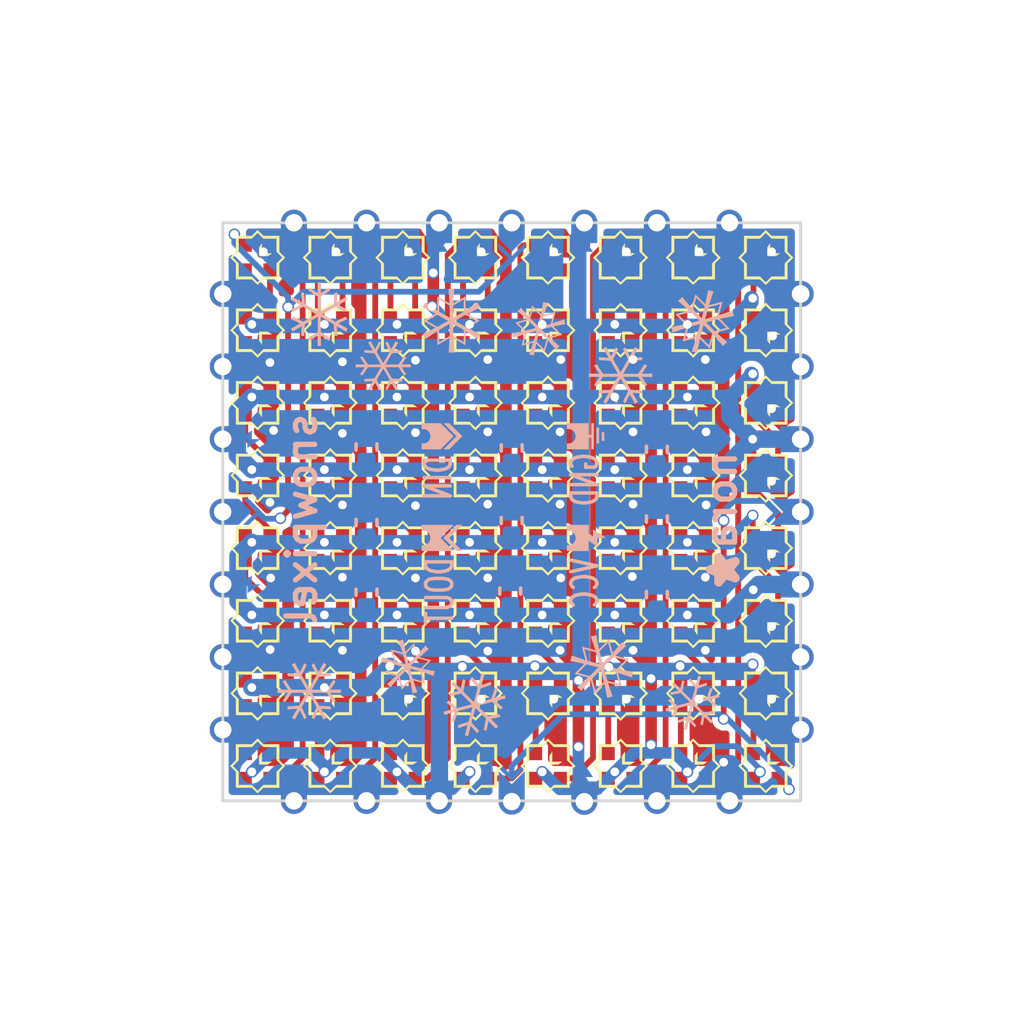
<source format=kicad_pcb>
(kicad_pcb (version 20241229) (generator "pcbnew") (generator_version "9.0")
  (layers (0 "F.Cu" signal) (2 "B.Cu" signal) (13 "F.Paste" user) (15 "B.Paste" user) (5 "F.SilkS" user "F.Silkscreen") (7 "B.SilkS" user "B.Silkscreen") (1 "F.Mask" user) (3 "B.Mask" user) (25 "Edge.Cuts" user))
  (net 0 "")
  (net 1 "Net-(D1-DOUT)")
  (net 2 "VDD")
  (net 3 "IN")
  (net 4 "GND")
  (net 5 "Net-(D2-DOUT)")
  (net 6 "Net-(D3-DOUT)")
  (net 7 "Net-(D4-DOUT)")
  (net 8 "Net-(D5-DOUT)")
  (net 9 "Net-(D6-DOUT)")
  (net 10 "Net-(D7-DOUT)")
  (net 11 "Net-(D8-DOUT)")
  (net 12 "Net-(D10-DIN)")
  (net 13 "Net-(D10-DOUT)")
  (net 14 "Net-(D11-DOUT)")
  (net 15 "Net-(D12-DOUT)")
  (net 16 "Net-(D13-DOUT)")
  (net 17 "Net-(D14-DOUT)")
  (net 18 "Net-(D15-DOUT)")
  (net 19 "Net-(D16-DOUT)")
  (net 20 "Net-(D17-DOUT)")
  (net 21 "Net-(D18-DOUT)")
  (net 22 "Net-(D19-DOUT)")
  (net 23 "Net-(D20-DOUT)")
  (net 24 "Net-(D21-DOUT)")
  (net 25 "Net-(D22-DOUT)")
  (net 26 "Net-(D23-DOUT)")
  (net 27 "Net-(D24-DOUT)")
  (net 28 "Net-(D25-DOUT)")
  (net 29 "Net-(D26-DOUT)")
  (net 30 "Net-(D27-DOUT)")
  (net 31 "Net-(D28-DOUT)")
  (net 32 "Net-(D29-DOUT)")
  (net 33 "Net-(D30-DOUT)")
  (net 34 "Net-(D31-DOUT)")
  (net 35 "Net-(D32-DOUT)")
  (net 36 "Net-(D33-DOUT)")
  (net 37 "Net-(D34-DOUT)")
  (net 38 "Net-(D35-DOUT)")
  (net 39 "Net-(D36-DOUT)")
  (net 40 "Net-(D37-DOUT)")
  (net 41 "Net-(D38-DOUT)")
  (net 42 "Net-(D39-DOUT)")
  (net 43 "Net-(D40-DOUT)")
  (net 44 "Net-(D41-DOUT)")
  (net 45 "Net-(D42-DOUT)")
  (net 46 "Net-(D43-DOUT)")
  (net 47 "Net-(D44-DOUT)")
  (net 48 "Net-(D45-DOUT)")
  (net 49 "Net-(D46-DOUT)")
  (net 50 "Net-(D47-DOUT)")
  (net 51 "Net-(D48-DOUT)")
  (net 52 "Net-(D49-DOUT)")
  (net 53 "Net-(D50-DOUT)")
  (net 54 "Net-(D51-DOUT)")
  (net 55 "Net-(D52-DOUT)")
  (net 56 "Net-(D53-DOUT)")
  (net 57 "Net-(D54-DOUT)")
  (net 58 "Net-(D55-DOUT)")
  (net 59 "Net-(D56-DOUT)")
  (net 60 "Net-(D57-DOUT)")
  (net 61 "Net-(D58-DOUT)")
  (net 62 "Net-(D59-DOUT)")
  (net 63 "Net-(D60-DOUT)")
  (net 64 "Net-(D61-DOUT)")
  (net 65 "Net-(D62-DOUT)")
  (net 66 "Net-(D63-DOUT)")
  (net 67 "OUT")
  (footprint "Custom:XL-1010RGBC-WS28128B" (layer "F.Cu") (at 119.6 68.95 180)
    (property "Reference" "D40" (hide yes))
    (property "Value" "~")
  )
  (footprint "Custom:XL-1010RGBC-WS28128B" (layer "F.Cu") (at 112.1 63.95 90)
    (property "Reference" "D14" (hide yes))
    (property "Value" "~")
  )
  (footprint "Custom:XL-1010RGBC-WS28128B" (layer "F.Cu") (at 117.1 68.95 180)
    (property "Reference" "D32" (hide yes))
    (property "Value" "~")
  )
  (footprint "Custom:XL-1010RGBC-WS28128B" (layer "F.Cu") (at 122.1 56.45 90)
    (property "Reference" "D43" (hide yes))
    (property "Value" "~")
  )
  (footprint "Custom:XL-1010RGBC-WS28128B" (layer "F.Cu") (at 112.1 53.95 90)
    (property "Reference" "D10" (hide yes))
    (property "Value" "~")
  )
  (footprint "Custom:XL-1010RGBC-WS28128B" (layer "F.Cu") (at 109.6 68.95 180)
    (property "Reference" "D8" (hide yes))
    (property "Value" "~")
  )
  (footprint "Custom:XL-1010RGBC-WS28128B" (layer "F.Cu") (at 119.6 53.95 90)
    (property "Reference" "D34" (hide yes))
    (property "Value" "~")
  )
  (footprint "Custom:XL-1010RGBC-WS28128B" (layer "F.Cu") (at 109.6 66.45 90)
    (property "Reference" "D7" (hide yes))
    (property "Value" "~")
  )
  (footprint "Custom:XL-1010RGBC-WS28128B" (layer "F.Cu") (at 112.1 58.95 90)
    (property "Reference" "D12" (hide yes))
    (property "Value" "~")
  )
  (footprint "Custom:XL-1010RGBC-WS28128B" (layer "F.Cu") (at 114.6 58.95 90)
    (property "Reference" "D20" (hide yes))
    (property "Value" "~")
  )
  (footprint "Custom:XL-1010RGBC-WS28128B" (layer "F.Cu") (at 117.1 66.45 90)
    (property "Reference" "D31" (hide yes))
    (property "Value" "~")
  )
  (footprint "Custom:XL-1010RGBC-WS28128B" (layer "F.Cu") (at 124.6 53.95 90)
    (property "Reference" "D50" (hide yes))
    (property "Value" "~")
  )
  (footprint "Custom:XL-1010RGBC-WS28128B" (layer "F.Cu") (at 124.6 68.95 180)
    (property "Reference" "D56" (hide yes))
    (property "Value" "~")
  )
  (footprint "Custom:XL-1010RGBC-WS28128B" (layer "F.Cu") (at 117.1 56.45 90)
    (property "Reference" "D27" (hide yes))
    (property "Value" "~")
  )
  (footprint "Custom:XL-1010RGBC-WS28128B" (layer "F.Cu") (at 122.1 58.95 90)
    (property "Reference" "D44" (hide yes))
    (property "Value" "~")
  )
  (footprint "Custom:XL-1010RGBC-WS28128B" (layer "F.Cu") (at 119.6 66.45 90)
    (property "Reference" "D39" (hide yes))
    (property "Value" "~")
  )
  (footprint "Custom:XL-1010RGBC-WS28128B" (layer "F.Cu") (at 117.1 51.45 180)
    (property "Reference" "D25" (hide yes))
    (property "Value" "~")
  )
  (footprint "Custom:XL-1010RGBC-WS28128B" (layer "F.Cu") (at 112.1 51.45 180)
    (property "Reference" "D9" (hide yes))
    (property "Value" "~")
  )
  (footprint "Custom:XL-1010RGBC-WS28128B" (layer "F.Cu") (at 112.1 66.45 90)
    (property "Reference" "D15" (hide yes))
    (property "Value" "~")
  )
  (footprint "Custom:XL-1010RGBC-WS28128B" (layer "F.Cu") (at 119.6 51.45 180)
    (property "Reference" "D33" (hide yes))
    (property "Value" "~")
  )
  (footprint "Custom:XL-1010RGBC-WS28128B" (layer "F.Cu") (at 114.6 56.45 90)
    (property "Reference" "D19" (hide yes))
    (property "Value" "~")
  )
  (footprint "Custom:XL-1010RGBC-WS28128B" (layer "F.Cu") (at 119.6 56.45 90)
    (property "Reference" "D35" (hide yes))
    (property "Value" "~")
  )
  (footprint "Custom:XL-1010RGBC-WS28128B" (layer "F.Cu") (at 119.6 61.45 90)
    (property "Reference" "D37" (hide yes))
    (property "Value" "~")
  )
  (footprint "Custom:XL-1010RGBC-WS28128B" (layer "F.Cu") (at 124.6 61.45 90)
    (property "Reference" "D53" (hide yes))
    (property "Value" "~")
  )
  (footprint "Custom:XL-1010RGBC-WS28128B" (layer "F.Cu") (at 109.6 51.45 180)
    (property "Reference" "D1" (hide yes))
    (property "Value" "~")
  )
  (footprint "Custom:XL-1010RGBC-WS28128B" (layer "F.Cu") (at 127.1 56.45 90)
    (property "Reference" "D59" (hide yes))
    (property "Value" "~")
  )
  (footprint "Custom:XL-1010RGBC-WS28128B" (layer "F.Cu") (at 119.6 58.95 90)
    (property "Reference" "D36" (hide yes))
    (property "Value" "~")
  )
  (footprint "Custom:XL-1010RGBC-WS28128B" (layer "F.Cu") (at 127.1 68.95 180)
    (property "Reference" "D64" (hide yes))
    (property "Value" "~")
  )
  (footprint "Custom:XL-1010RGBC-WS28128B" (layer "F.Cu") (at 112.1 61.45 90)
    (property "Reference" "D13" (hide yes))
    (property "Value" "~")
  )
  (footprint "Custom:XL-1010RGBC-WS28128B" (layer "F.Cu") (at 122.1 51.45 180)
    (property "Reference" "D41" (hide yes))
    (property "Value" "~")
  )
  (footprint "Custom:XL-1010RGBC-WS28128B" (layer "F.Cu") (at 122.1 66.45 90)
    (property "Reference" "D47" (hide yes))
    (property "Value" "~")
  )
  (footprint "Custom:XL-1010RGBC-WS28128B" (layer "F.Cu") (at 119.6 63.95 90)
    (property "Reference" "D38" (hide yes))
    (property "Value" "~")
  )
  (footprint "Custom:XL-1010RGBC-WS28128B" (layer "F.Cu") (at 117.1 63.95 90)
    (property "Reference" "D30" (hide yes))
    (property "Value" "~")
  )
  (footprint "Custom:XL-1010RGBC-WS28128B" (layer "F.Cu") (at 112.1 56.45 90)
    (property "Reference" "D11" (hide yes))
    (property "Value" "~")
  )
  (footprint "Custom:XL-1010RGBC-WS28128B" (layer "F.Cu") (at 127.1 66.45 90)
    (property "Reference" "D63" (hide yes))
    (property "Value" "~")
  )
  (footprint "Custom:XL-1010RGBC-WS28128B" (layer "F.Cu") (at 109.6 61.45 90)
    (property "Reference" "D5" (hide yes))
    (property "Value" "~")
  )
  (footprint "Custom:XL-1010RGBC-WS28128B" (layer "F.Cu") (at 114.6 63.95 90)
    (property "Reference" "D22" (hide yes))
    (property "Value" "~")
  )
  (footprint "Custom:XL-1010RGBC-WS28128B" (layer "F.Cu") (at 124.6 56.45 90)
    (property "Reference" "D51" (hide yes))
    (property "Value" "~")
  )
  (footprint "Custom:XL-1010RGBC-WS28128B" (layer "F.Cu") (at 127.1 61.45 90)
    (property "Reference" "D61" (hide yes))
    (property "Value" "~")
  )
  (footprint "Custom:XL-1010RGBC-WS28128B" (layer "F.Cu") (at 117.1 61.45 90)
    (property "Reference" "D29" (hide yes))
    (property "Value" "~")
  )
  (footprint "Custom:XL-1010RGBC-WS28128B" (layer "F.Cu") (at 124.6 58.95 90)
    (property "Reference" "D52" (hide yes))
    (property "Value" "~")
  )
  (footprint "Custom:XL-1010RGBC-WS28128B" (layer "F.Cu") (at 114.6 61.45 90)
    (property "Reference" "D21" (hide yes))
    (property "Value" "~")
  )
  (footprint "Custom:XL-1010RGBC-WS28128B" (layer "F.Cu") (at 124.6 66.45 90)
    (property "Reference" "D55" (hide yes))
    (property "Value" "~")
  )
  (footprint "Custom:XL-1010RGBC-WS28128B" (layer "F.Cu") (at 124.6 63.95 90)
    (property "Reference" "D54" (hide yes))
    (property "Value" "~")
  )
  (footprint "Custom:XL-1010RGBC-WS28128B" (layer "F.Cu") (at 109.6 53.95 90)
    (property "Reference" "D2" (hide yes))
    (property "Value" "~")
  )
  (footprint "Custom:XL-1010RGBC-WS28128B" (layer "F.Cu") (at 117.1 53.95 90)
    (property "Reference" "D26" (hide yes))
    (property "Value" "~")
  )
  (footprint "Custom:XL-1010RGBC-WS28128B" (layer "F.Cu") (at 124.6 51.45 180)
    (property "Reference" "D49" (hide yes))
    (property "Value" "~")
  )
  (footprint "Custom:XL-1010RGBC-WS28128B" (layer "F.Cu") (at 109.6 58.95 90)
    (property "Reference" "D4" (hide yes))
    (property "Value" "~")
  )
  (footprint "Custom:XL-1010RGBC-WS28128B" (layer "F.Cu") (at 127.1 63.95 90)
    (property "Reference" "D62" (hide yes))
    (property "Value" "~")
  )
  (footprint "Custom:XL-1010RGBC-WS28128B" (layer "F.Cu") (at 109.6 56.45 90)
    (property "Reference" "D3" (hide yes))
    (property "Value" "~")
  )
  (footprint "Custom:XL-1010RGBC-WS28128B" (layer "F.Cu") (at 122.1 53.95 90)
    (property "Reference" "D42" (hide yes))
    (property "Value" "~")
  )
  (footprint "Custom:XL-1010RGBC-WS28128B" (layer "F.Cu") (at 127.1 51.45 180)
    (property "Reference" "D57" (hide yes))
    (property "Value" "~")
  )
  (footprint "Custom:XL-1010RGBC-WS28128B" (layer "F.Cu") (at 112.1 68.95 180)
    (property "Reference" "D16" (hide yes))
    (property "Value" "~")
  )
  (footprint "Custom:XL-1010RGBC-WS28128B" (layer "F.Cu") (at 122.1 68.95 180)
    (property "Reference" "D48" (hide yes))
    (property "Value" "~")
  )
  (footprint "Custom:XL-1010RGBC-WS28128B" (layer "F.Cu") (at 114.6 68.95 180)
    (property "Reference" "D24" (hide yes))
    (property "Value" "~")
  )
  (footprint "Custom:XL-1010RGBC-WS28128B" (layer "F.Cu") (at 117.1 58.95 90)
    (property "Reference" "D28" (hide yes))
    (property "Value" "~")
  )
  (footprint "Custom:XL-1010RGBC-WS28128B" (layer "F.Cu") (at 122.1 63.95 90)
    (property "Reference" "D46" (hide yes))
    (property "Value" "~")
  )
  (footprint "Custom:XL-1010RGBC-WS28128B" (layer "F.Cu") (at 114.6 51.45 180)
    (property "Reference" "D17" (hide yes))
    (property "Value" "~")
  )
  (footprint "Custom:XL-1010RGBC-WS28128B" (layer "F.Cu") (at 122.1 61.45 90)
    (property "Reference" "D45" (hide yes))
    (property "Value" "~")
  )
  (footprint "Custom:XL-1010RGBC-WS28128B" (layer "F.Cu") (at 114.6 66.45 90)
    (property "Reference" "D23" (hide yes))
    (property "Value" "~")
  )
  (footprint "Custom:XL-1010RGBC-WS28128B" (layer "F.Cu") (at 114.6 53.95 90)
    (property "Reference" "D18" (hide yes))
    (property "Value" "~")
  )
  (footprint "Custom:XL-1010RGBC-WS28128B" (layer "F.Cu") (at 127.1 53.95 90)
    (property "Reference" "D58" (hide yes))
    (property "Value" "~")
  )
  (footprint "Custom:XL-1010RGBC-WS28128B" (layer "F.Cu") (at 109.6 63.95 90)
    (property "Reference" "D6" (hide yes))
    (property "Value" "~")
  )
  (footprint "Custom:XL-1010RGBC-WS28128B" (layer "F.Cu") (at 127.1 58.95 90)
    (property "Reference" "D60" (hide yes))
    (property "Value" "~")
  )
  (footprint "Capacitor_SMD:C_0402_1005Metric" (layer "B.Cu") (at 123.35 63.05 90)
    (property "Reference" "C18" (hide yes))
    (property "Value" "C")
  )
  (footprint "Custom:matrix-pad-gn" (layer "B.Cu") (at 109 65.15)
    (property "Reference" "J27" (hide yes))
    (property "Value" "Conn_01x01_Pin")
  )
  (footprint "LOGO" (layer "B.Cu") (at 114.775 65.525 -45)
    (property "Reference" "G***" (hide yes))
    (property "Value" "LOGO" (hide yes))
  )
  (footprint "LOGO" (layer "B.Cu") (at 111.375 66.375 -90)
    (property "Reference" "G***" (hide yes))
    (property "Value" "LOGO" (hide yes))
  )
  (footprint "Custom:matrix-pad-gn" (layer "B.Cu") (at 123.4 50.85 -90)
    (property "Reference" "J23" (hide yes))
    (property "Value" "Conn_01x01_Pin")
  )
  (footprint "Custom:matrix-pad-vcc" (layer "B.Cu") (at 120.9 50.85 -90)
    (property "Reference" "J1" (hide yes))
    (property "Value" "Conn_01x01_Pin")
  )
  (footprint "Custom:matrix-pad-dout" (layer "B.Cu") (at 118.3 69.575 90)
    (property "Reference" "JP4" (hide yes))
    (property "Value" "SolderJumper_2_Open")
  )
  (footprint "LOGO" (layer "B.Cu") (at 117.075 66.85 -135)
    (property "Reference" "G***" (hide yes))
    (property "Value" "LOGO" (hide yes))
  )
  (footprint "Capacitor_SMD:C_0402_1005Metric" (layer "B.Cu") (at 118.3 62.93 90)
    (property "Reference" "C19" (hide yes))
    (property "Value" "C")
  )
  (footprint "Custom:matrix-pad-gn" (layer "B.Cu") (at 113.3 69.55 90)
    (property "Reference" "J18" (hide yes))
    (property "Value" "Conn_01x01_Pin")
  )
  (footprint "Custom:matrix-pad-gn" (layer "B.Cu") (at 125.9 50.85 -90)
    (property "Reference" "J22" (hide yes))
    (property "Value" "Conn_01x01_Pin")
  )
  (footprint "Custom:matrix-pad-gn" (layer "B.Cu") (at 109 55.15)
    (property "Reference" "J32" (hide yes))
    (property "Value" "Conn_01x01_Pin")
  )
  (footprint "Capacitor_SMD:C_0402_1005Metric" (layer "B.Cu") (at 123.35 60.45 90)
    (property "Reference" "C25" (hide yes))
    (property "Value" "C")
  )
  (footprint "Custom:matrix-pad-gn" (layer "B.Cu") (at 110.9 50.85 -90)
    (property "Reference" "J10" (hide yes))
    (property "Value" "Conn_01x01_Pin")
  )
  (footprint "Custom:matrix-pad-vcc" (layer "B.Cu") (at 115.9 50.85 -90)
    (property "Reference" "J4" (hide yes))
    (property "Value" "Conn_01x01_Pin")
  )
  (footprint "Custom:matrix-pad-gn" (layer "B.Cu") (at 110.8 69.55 90)
    (property "Reference" "J6" (hide yes))
    (property "Value" "Conn_01x01_Pin")
  )
  (footprint "Custom:matrix-pad-vcc" (layer "B.Cu") (at 115.8 69.55 90)
    (property "Reference" "J7" (hide yes))
    (property "Value" "Conn_01x01_Pin")
  )
  (footprint "Custom:matrix-pad-gn" (layer "B.Cu") (at 109 67.65)
    (property "Reference" "J28" (hide yes))
    (property "Value" "Conn_01x01_Pin")
  )
  (footprint "Custom:matrix-pad-vcc" (layer "B.Cu") (at 109 62.65)
    (property "Reference" "J15" (hide yes))
    (property "Value" "Conn_01x01_Pin")
  )
  (footprint "LOGO" (layer "B.Cu") (at 111.725 53.4 180)
    (property "Reference" "G***" (hide yes))
    (property "Value" "LOGO" (hide yes))
  )
  (footprint "LOGO" (layer "B.Cu") (at 124.925 53.65 -135)
    (property "Reference" "G***" (hide yes))
    (property "Value" "LOGO" (hide yes))
  )
  (footprint "LOGO" (layer "B.Cu") (at 124.575 66.775 -135)
    (property "Reference" "G***" (hide yes))
    (property "Value" "LOGO" (hide yes))
  )
  (footprint "LOGO" (layer "B.Cu") (at 122.1 55.5 -90)
    (property "Reference" "G***" (hide yes))
    (property "Value" "LOGO" (hide yes))
  )
  (footprint "Capacitor_SMD:C_0402_1005Metric" (layer "B.Cu") (at 113.35 60.57 90)
    (property "Reference" "C8" (hide yes))
    (property "Value" "C" (hide yes))
  )
  (footprint "Custom:matrix-pad-gn" (layer "B.Cu") (at 125.8 69.55 90)
    (property "Reference" "J29" (hide yes))
    (property "Value" "Conn_01x01_Pin")
  )
  (footprint "Custom:matrix-pad-gn" (layer "B.Cu") (at 109 52.65)
    (property "Reference" "J31" (hide yes))
    (property "Value" "Conn_01x01_Pin")
  )
  (footprint "Custom:matrix-pad-vcc" (layer "B.Cu") (at 127.7 62.75 180)
    (property "Reference" "J11" (hide yes))
    (property "Value" "Conn_01x01_Pin")
  )
  (footprint "Custom:matrix-pad-din" (layer "B.Cu") (at 118.4 50.85 -90)
    (property "Reference" "JP3" (hide yes))
    (property "Value" "SolderJumper_2_Open")
  )
  (footprint "Custom:matrix-pad-gn" (layer "B.Cu") (at 113.4 50.85 -90)
    (property "Reference" "J5" (hide yes))
    (property "Value" "Conn_01x01_Pin")
  )
  (footprint "Custom:matrix-pad-vcc" (layer "B.Cu") (at 109 57.65)
    (property "Reference" "J2" (hide yes))
    (property "Value" "Conn_01x01_Pin")
  )
  (footprint "LOGO" (layer "B.Cu") (at 113.925 55.175 -90)
    (property "Reference" "G***" (hide yes))
    (property "Value" "LOGO" (hide yes))
  )
  (footprint "Custom:matrix-pad-din" (layer "B.Cu") (at 108.995 60.15)
    (property "Reference" "JP1" (hide yes))
    (property "Value" "SolderJumper_2_Open")
  )
  (footprint "Custom:matrix-pad-dout" (layer "B.Cu") (at 127.7 60.25 180)
    (property "Reference" "JP2" (hide yes))
    (property "Value" "SolderJumper_2_Open")
  )
  (footprint "Custom:matrix-pad-vcc" (layer "B.Cu") (at 120.8 69.579775 90)
    (property "Reference" "J8" (hide yes))
    (property "Value" "Conn_01x01_Pin")
  )
  (footprint "Capacitor_SMD:C_0402_1005Metric" (layer "B.Cu") (at 118.35 58 90)
    (property "Reference" "C29" (hide yes))
    (property "Value" "C")
  )
  (footprint "Custom:matrix-pad-gn" (layer "B.Cu") (at 127.7 52.75 180)
    (property "Reference" "J13" (hide yes))
    (property "Value" "Conn_01x01_Pin")
  )
  (footprint "Custom:matrix-pad-gn" (layer "B.Cu") (at 127.7 55.25 180)
    (property "Reference" "J21" (hide yes))
    (property "Value" "Conn_01x01_Pin")
  )
  (footprint "LOGO" (layer "B.Cu") (at 119.275 53.9 45)
    (property "Reference" "G***" (hide yes))
    (property "Value" "LOGO" (hide yes))
  )
  (footprint "LOGO" (layer "B.Cu") (at 116.275 53.625 180)
    (property "Reference" "G***" (hide yes))
    (property "Value" "LOGO" (hide yes))
  )
  (footprint "Custom:matrix-pad-gn" (layer "B.Cu") (at 127.7 67.75 180)
    (property "Reference" "J17" (hide yes))
    (property "Value" "Conn_01x01_Pin")
  )
  (footprint "Capacitor_SMD:C_0402_1005Metric" (layer "B.Cu") (at 123.35 58.05 90)
    (property "Reference" "C23" (hide yes))
    (property "Value" "C")
  )
  (footprint "Custom:matrix-pad-vcc" (layer "B.Cu") (at 127.7 57.75 180)
    (property "Reference" "J3" (hide yes))
    (property "Value" "Conn_01x01_Pin")
  )
  (footprint "Capacitor_SMD:C_0402_1005Metric" (layer "B.Cu") (at 113.35 57.97 90)
    (property "Reference" "C7" (hide yes))
    (property "Value" "C" (hide yes))
  )
  (footprint "Custom:matrix-pad-gn" (layer "B.Cu") (at 123.3 69.55 90)
    (property "Reference" "J25" (hide yes))
    (property "Value" "Conn_01x01_Pin")
  )
  (footprint "Capacitor_SMD:C_0402_1005Metric" (layer "B.Cu") (at 118.35 60.5 90)
    (property "Reference" "C30" (hide yes))
    (property "Value" "C")
  )
  (footprint "Custom:matrix-pad-gn" (layer "B.Cu") (at 127.7 65.25 180)
    (property "Reference" "J30" (hide yes))
    (property "Value" "Conn_01x01_Pin")
  )
  (footprint "Capacitor_SMD:C_0402_1005Metric" (layer "B.Cu") (at 113.35 62.97 90)
    (property "Reference" "C10" (hide yes))
    (property "Value" "C" (hide yes))
  )
  (footprint "LOGO" (layer "B.Cu") (at 121.45 65.525 -45)
    (property "Reference" "G***" (hide yes))
    (property "Value" "LOGO" (hide yes))
  )
  (gr_circle (center 128.3 52.7) (end 128.6 52.7) (stroke (width 0.01)) (fill no) (layer "F.SilkS"))
  (gr_poly (pts (xy 116 57.15) (xy 116.45 57.6) (xy 116 58.05) (xy 116.2 58.05) (xy 116.65 57.6) (xy 116.2 57.15)) (stroke (width 0.001)) (fill yes) (layer "B.SilkS"))
  (gr_poly (pts (xy 116.65 60.65) (xy 116.45 60.65) (xy 116 61.1) (xy 116.45 61.55) (xy 116.65 61.55) (xy 116.2 61.1)) (stroke (width 0.001)) (fill yes) (layer "B.SilkS"))
  (gr_arc (start 120.3 60.8) (mid 120.6 61.1) (end 120.3 61.4) (stroke (width 0.1)) (layer "B.SilkS"))
  (gr_arc (start 120.3 57.3) (mid 120.6 57.6) (end 120.3 57.9) (stroke (width 0.1)) (layer "B.SilkS"))
  (gr_poly (pts (xy 120.3 60.85) (xy 120.25 60.85) (xy 120.25 60.65) (xy 121 60.65) (xy 121 60.95) (xy 121.15 61.05) (xy 121.15 60.8) (xy 121.6 61.1) (xy 121.3 61.1) (xy 121.3 61.4) (xy 121 61.2) (xy 121 61.55) (xy 120.25 61.55) (xy 120.25 61.35) (xy 120.3 61.35) (xy 120.375 61.375) (xy 120.525 61.3) (xy 120.6 61.125) (xy 120.575 60.95) (xy 120.45 60.85) (xy 120.3 60.8)) (stroke (width 0.0001)) (fill yes) (layer "B.SilkS"))
  (gr_rect (start 121.27 57.3) (end 121.36 57.85) (stroke (width 0.0001)) (fill yes) (layer "B.SilkS"))
  (gr_arc (start 115.3 60.8) (mid 115.6 61.1) (end 115.3 61.4) (stroke (width 0.1)) (layer "B.SilkS"))
  (gr_poly (pts (xy 115.35 60.85) (xy 115.25 60.85) (xy 115.25 60.65) (xy 116.35 60.65) (xy 115.9 61.1) (xy 116.35 61.55) (xy 115.25 61.55) (xy 115.25 61.35) (xy 115.35 61.35) (xy 115.55 61.3) (xy 115.55 60.9)) (stroke (width 0.001)) (fill yes) (layer "B.SilkS"))
  (gr_poly (pts (xy 120.3 57.35) (xy 120.25 57.35) (xy 120.25 57.15) (xy 121 57.15) (xy 121 57.55) (xy 121.09 57.55) (xy 121.09 57.15) (xy 121.18 57.15) (xy 121.18 58.05) (xy 121.09 58.05) (xy 121.09 57.65) (xy 121 57.65) (xy 121 58.05) (xy 120.25 58.05) (xy 120.25 57.85) (xy 120.3 57.85) (xy 120.32 57.9) (xy 120.49 57.82) (xy 120.6 57.67) (xy 120.6 57.5) (xy 120.51 57.38) (xy 120.38 57.32)) (stroke (width 0.0001)) (fill yes) (layer "B.SilkS"))
  (gr_arc (start 115.3 57.3) (mid 115.6 57.6) (end 115.3 57.9) (stroke (width 0.1)) (layer "B.SilkS"))
  (gr_poly (pts (xy 115.25 57.35) (xy 115.25 57.15) (xy 115.9 57.15) (xy 116.35 57.6) (xy 115.9 58.05) (xy 115.25 58.05) (xy 115.25 57.85) (xy 115.35 57.85) (xy 115.525 57.825) (xy 115.6 57.6) (xy 115.5 57.35)) (stroke (width 0.001)) (fill yes) (layer "B.SilkS"))
  (gr_rect (start 121.45 57.46) (end 121.54 57.76) (stroke (width 0.0001)) (fill yes) (layer "B.SilkS"))
  (gr_rect (start 108.4 50.25) (end 128.3 70.15) (stroke (width 0.1)) (fill no) (layer "Edge.Cuts"))
  (gr_text "VCC" (at 121.4 61.725 90) (layer "B.SilkS") (effects (font (size 0.9 0.6) (thickness 0.12)) (justify left bottom mirror)))
  (gr_text "DIN" (at 116.35 58.2 90) (layer "B.SilkS") (effects (font (size 0.9 0.6) (thickness 0.12)) (justify left bottom mirror)))
  (gr_text "nora" (at 126.16 59.81 90) (layer "B.SilkS") (effects (font (size 1 1) (thickness 0.18) (bold yes)) (justify bottom mirror)))
  (gr_text "GND\n" (at 121.4 58.1 90) (layer "B.SilkS") (effects (font (size 0.9 0.6) (thickness 0.12)) (justify left bottom mirror)))
  (gr_text "⋆" (at 126.86 60.71 90) (layer "B.SilkS") (effects (font (size 3 3) (thickness 0.3)) (justify left bottom mirror)))
  (gr_text "DOUT" (at 116.4 61.7 90) (layer "B.SilkS") (effects (font (size 0.9 0.6) (thickness 0.12) (bold yes)) (justify left bottom mirror)))
  (gr_text "snowpixel" (at 111.7 60.45 90) (layer "B.SilkS") (effects (font (size 1 1) (thickness 0.18) (bold yes)) (justify bottom mirror)))
  (segment (start 110.025 51.875) (end 110.025 53.525) (width 0.2) (layer "F.Cu") (net 1))
  (segment (start 115.65 53.084687) (end 115.65 51.975) (width 0.4) (layer "F.Cu") (net 2))
  (segment (start 119.175 63.525) (end 119.175001 63.525) (width 0.2) (layer "F.Cu") (net 2))
  (segment (start 111.675 69.375) (end 111.675 69.374999) (width 0.2) (layer "F.Cu") (net 2))
  (segment (start 114.15 65.520613) (end 114.175 65.545613) (width 0.2) (layer "F.Cu") (net 2))
  (segment (start 111.675 58.525) (end 111.675001 58.525) (width 0.2) (layer "F.Cu") (net 2))
  (segment (start 111.675 61.025) (end 111.675001 61.025) (width 0.2) (layer "F.Cu") (net 2))
  (segment (start 119.175 56.025) (end 119.175 56.025002) (width 0.2) (layer "F.Cu") (net 2))
  (segment (start 119.175 56.025002) (end 119.399998 56.25) (width 0.2) (layer "F.Cu") (net 2))
  (segment (start 111.675 69.374999) (end 111.899998 69.150001) (width 0.2) (layer "F.Cu") (net 2))
  (segment (start 116.675 56.025) (end 116.675 56.025001) (width 0.2) (layer "F.Cu") (net 2))
  (segment (start 124.175001 61.025) (end 124.399999 61.249998) (width 0.2) (layer "F.Cu") (net 2))
  (segment (start 111.675001 58.525) (end 111.899999 58.749998) (width 0.2) (layer "F.Cu") (net 2))
  (segment (start 119.175 58.525) (end 119.175001 58.525) (width 0.2) (layer "F.Cu") (net 2))
  (segment (start 114.175001 63.525) (end 114.399999 63.749998) (width 0.2) (layer "F.Cu") (net 2))
  (segment (start 109.175 63.525) (end 109.175001 63.525) (width 0.2) (layer "F.Cu") (net 2))
  (segment (start 126.65 55.45) (end 126.65 56) (width 0.2) (layer "F.Cu") (net 2))
  (segment (start 109.175 66.025002) (end 109.399998 66.25) (width 0.2) (layer "F.Cu") (net 2))
  (segment (start 121.675 53.525002) (end 121.899998 53.75) (width 0.2) (layer "F.Cu") (net 2))
  (segment (start 126.675 52.875) (end 126.675 53.525) (width 0.2) (layer "F.Cu") (net 2))
  (segment (start 124.149999 65.513013) (end 124.149999 65.999999) (width 0.2) (layer "F.Cu") (net 2))
  (segment (start 124.175 58.525) (end 124.175001 58.525) (width 0.2) (layer "F.Cu") (net 2))
  (segment (start 116.675 58.525) (end 116.675001 58.525) (width 0.2) (layer "F.Cu") (net 2))
  (segment (start 119.149999 65.516813) (end 119.149999 65.999999) (width 0.2) (layer "F.Cu") (net 2))
  (segment (start 126.65 65.4498) (end 126.65 66) (width 0.2) (layer "F.Cu") (net 2))
  (segment (start 109.175 61.025) (end 109.175001 61.025) (width 0.2) (layer "F.Cu") (net 2))
  (segment (start 119.175 69.375) (end 119.175 69.374999) (width 0.2) (layer "F.Cu") (net 2))
  (segment (start 116.675002 69.375) (end 116.9 69.150002) (width 0.2) (layer "F.Cu") (net 2))
  (segment (start 124.175001 58.525) (end 124.399999 58.749998) (width 0.2) (layer "F.Cu") (net 2))
  (segment (start 126.675 52.825) (end 126.675 51.875) (width 0.2) (layer "F.Cu") (net 2))
  (segment (start 124.175 53.525001) (end 124.399998 53.749999) (width 0.2) (layer "F.Cu") (net 2))
  (segment (start 116.675 56.025001) (end 116.899998 56.249999) (width 0.2) (layer "F.Cu") (net 2))
  (segment (start 124.175 63.525) (end 124.175001 63.525) (width 0.2) (layer "F.Cu") (net 2))
  (segment (start 119.175 51.875) (end 119.175 53.525002) (width 0.2) (layer "F.Cu") (net 2))
  (segment (start 116.649999 65.999999) (end 116.675 66.025) (width 0.2) (layer "F.Cu") (net 2))
  (segment (start 126.6694 63.5194) (end 126.675 63.525) (width 0.2) (layer "F.Cu") (net 2))
  (segment (start 126.65 52.85) (end 126.675 52.825) (width 0.2) (layer "F.Cu") (net 2))
  (segment (start 124.175 69.375) (end 124.175 69.374999) (width 0.2) (layer "F.Cu") (net 2))
  (segment (start 124.175001 63.525) (end 124.399999 63.749998) (width 0.2) (layer "F.Cu") (net 2))
  (segment (start 109.175 69.375) (end 109.175 69.374999) (width 0.2) (layer "F.Cu") (net 2))
  (segment (start 116.675001 58.525) (end 116.899999 58.749998) (width 0.2) (layer "F.Cu") (net 2))
  (segment (start 120.65 66) (end 120.65 68.29) (width 0.4) (layer "F.Cu") (net 2))
  (segment (start 121.675001 56.025) (end 121.899999 56.249998) (width 0.2) (layer "F.Cu") (net 2))
  (segment (start 111.675001 61.025) (end 111.899999 61.249998) (width 0.2) (layer "F.Cu") (net 2))
  (segment (start 116.675 63.525) (end 116.675 63.525002) (width 0.2) (layer "F.Cu") (net 2))
  (segment (start 126.65 66) (end 126.675 66.025) (width 0.2) (layer "F.Cu") (net 2))
  (segment (start 114.175 69.375) (end 114.399998 69.150002) (width 0.2) (layer "F.Cu") (net 2))
  (segment (start 111.675 63.525) (end 111.675001 63.525) (width 0.2) (layer "F.Cu") (net 2))
  (segment (start 121.675 58.525) (end 121.675 58.525001) (width 0.2) (layer "F.Cu") (net 2))
  (segment (start 119.175 53.525002) (end 119.399998 53.75) (width 0.2) (layer "F.Cu") (net 2))
  (segment (start 126.65 60.325) (end 126.65 61) (width 0.2) (layer "F.Cu") (net 2))
  (segment (start 114.175001 61.025) (end 114.399999 61.249998) (width 0.2) (layer "F.Cu") (net 2))
  (segment (start 126.675 69.374999) (end 126.899998 69.150001) (width 0.2) (layer "F.Cu") (net 2))
  (segment (start 121.695093 65.547307) (end 121.695093 66.004907) (width 0.2) (layer "F.Cu") (net 2))
  (segment (start 109.175 51.875) (end 109.175 53.525001) (width 0.2) (layer "F.Cu") (net 2))
  (segment (start 116.675 63.525002) (end 116.899998 63.75) (width 0.2) (layer "F.Cu") (net 2))
  (segment (start 121.675 61.025) (end 121.675 61.025001) (width 0.2) (layer "F.Cu") (net 2))
  (segment (start 114.175 53.525001) (end 114.399998 53.749999) (width 0.2) (layer "F.Cu") (net 2))
  (segment (start 119.175001 58.525) (end 119.399999 58.749998) (width 0.2) (layer "F.Cu") (net 2))
  (segment (start 124.175 56.025002) (end 124.399998 56.25) (width 0.2) (layer "F.Cu") (net 2))
  (segment (start 109.175 69.374999) (end 109.399998 69.150001) (width 0.2) (layer "F.Cu") (net 2))
  (segment (start 116.675001 53.525) (end 116.899999 53.749998) (width 0.2) (layer "F.Cu") (net 2))
  (segment (start 114.175 58.525001) (end 114.399998 58.749999) (width 0.2) (layer "F.Cu") (net 2))
  (segment (start 111.675001 63.525) (end 111.899999 63.749998) (width 0.2) (layer "F.Cu") (net 2))
  (segment (start 109.175001 61.025) (end 109.399999 61.249998) (width 0.2) (layer "F.Cu") (net 2))
  (segment (start 126.6694 62.8844) (end 126.6694 63.5194) (width 0.2) (layer "F.Cu") (net 2))
  (segment (start 124.175 61.025) (end 124.175001 61.025) (width 0.2) (layer "F.Cu") (net 2))
  (segment (start 111.675 66.025) (end 111.675001 66.025) (width 0.2) (layer "F.Cu") (net 2))
  (segment (start 116.675 61.025) (end 116.675 61.025002) (width 0.2) (layer "F.Cu") (net 2))
  (segment (start 121.675 61.025001) (end 121.899998 61.249999) (width 0.2) (layer "F.Cu") (net 2))
  (segment (start 111.675001 66.025) (end 111.899999 66.249998) (width 0.2) (layer "F.Cu") (net 2))
  (segment (start 121.675 51.875) (end 121.675 53.525002) (width 0.2) (layer "F.Cu") (net 2))
  (segment (start 115.609687 53.125) (end 115.65 53.084687) (width 0.4) (layer "F.Cu") (net 2))
  (segment (start 116.649999 65.531413) (end 116.649999 65.999999) (width 0.2) (layer "F.Cu") (net 2))
  (segment (start 124.175 69.374999) (end 124.399998 69.150001) (width 0.2) (layer "F.Cu") (net 2))
  (segment (start 126.65 56) (end 126.675 56.025) (width 0.2) (layer "F.Cu") (net 2))
  (segment (start 119.175001 61.025) (end 119.399999 61.249998) (width 0.2) (layer "F.Cu") (net 2))
  (segment (start 114.175001 56.025) (end 114.399999 56.249998) (width 0.2) (layer "F.Cu") (net 2))
  (segment (start 124.149999 65.999999) (end 124.175 66.025) (width 0.2) (layer "F.Cu") (net 2))
  (segment (start 121.695093 66.004907) (end 121.675 66.025) (width 0.2) (layer "F.Cu") (net 2))
  (segment (start 111.675 56.025) (end 111.675 56.025001) (width 0.2) (layer "F.Cu") (net 2))
  (segment (start 126.675 69.375) (end 126.675 69.374999) (width 0.2) (layer "F.Cu") (net 2))
  (segment (start 109.175 56.025) (end 109.175001 56.025) (width 0.2) (layer "F.Cu") (net 2))
  (segment (start 126.65 61) (end 126.675 61.025) (width 0.2) (layer "F.Cu") (net 2))
  (segment (start 114.175 56.025) (end 114.175001 56.025) (width 0.2) (layer "F.Cu") (net 2))
  (segment (start 121.675 58.525001) (end 121.899998 58.749999) (width 0.2) (layer "F.Cu") (net 2))
  (segment (start 111.675 56.025001) (end 111.899998 56.249999) (width 0.2) (layer "F.Cu") (net 2))
  (segment (start 124.175 51.875) (end 124.175 53.525001) (width 0.2) (layer "F.Cu") (net 2))
  (segment (start 114.175 63.525) (end 114.175001 63.525) (width 0.2) (layer "F.Cu") (net 2))
  (segment (start 111.675 51.875) (end 111.675 53.525002) (width 0.2) (layer "F.Cu") (net 2))
  (segment (start 116.675 69.375) (end 116.675002 69.375) (width 0.2) (layer "F.Cu") (net 2))
  (segment (start 114.175 61.025) (end 114.175001 61.025) (width 0.2) (layer "F.Cu") (net 2))
  (segment (start 126.65 57.7) (end 126.675 57.725) (width 0.2) (layer "F.Cu") (net 2))
  (segment (start 123.15 68.22) (end 123.15 65.94) (width 0.4) (layer "F.Cu") (net 2))
  (segment (start 119.175001 63.525) (end 119.399999 63.749998) (width 0.2) (layer "F.Cu") (net 2))
  (segment (start 109.175001 58.525) (end 109.399999 58.749998) (width 0.2) (layer "F.Cu") (net 2))
  (segment (start 121.675002 63.525) (end 121.9 63.749998) (width 0.2) (layer "F.Cu") (net 2))
  (segment (start 121.675 56.025) (end 121.675001 56.025) (width 0.2) (layer "F.Cu") (net 2))
  (segment (start 119.149999 65.999999) (end 119.175 66.025) (width 0.2) (layer "F.Cu") (net 2))
  (segment (start 114.175 58.525) (end 114.175 58.525001) (width 0.2) (layer "F.Cu") (net 2))
  (segment (start 119.175 69.374999) (end 119.399998 69.150001) (width 0.2) (layer "F.Cu") (net 2))
  (segment (start 109.175 53.525001) (end 109.399998 53.749999) (width 0.2) (layer "F.Cu") (net 2))
  (segment (start 109.175 66.025) (end 109.175 66.025002) (width 0.2) (layer "F.Cu") (net 2))
  (segment (start 126.65 52.85) (end 126.675 52.875) (width 0.2) (layer "F.Cu") (net 2))
  (segment (start 111.675 53.525002) (end 111.899998 53.75) (width 0.2) (layer "F.Cu") (net 2))
  (segment (start 116.675 53.525) (end 116.675001 53.525) (width 0.2) (layer "F.Cu") (net 2))
  (segment (start 116.675 61.025002) (end 116.899999 61.250001) (width 0.2) (layer "F.Cu") (net 2))
  (segment (start 114.175 51.875) (end 114.175 53.525001) (width 0.2) (layer "F.Cu") (net 2))
  (segment (start 116.675 51.875) (end 116.675 53.525) (width 0.2) (layer "F.Cu") (net 2))
  (segment (start 121.675 63.525) (end 121.675002 63.525) (width 0.2) (layer "F.Cu") (net 2))
  (segment (start 109.175001 56.025) (end 109.399999 56.249998) (width 0.2) (layer "F.Cu") (net 2))
  (segment (start 121.675 69.375) (end 121.675002 69.375) (width 0.2) (layer "F.Cu") (net 2))
  (segment (start 109.175001 63.525) (end 109.399999 63.749998) (width 0.2) (layer "F.Cu") (net 2))
  (segment (start 109.175 58.525) (end 109.175001 58.525) (width 0.2) (layer "F.Cu") (net 2))
  (segment (start 126.675 57.725) (end 126.675 58.525) (width 0.2) (layer "F.Cu") (net 2))
  (segment (start 114.175 65.545613) (end 114.175 66.025) (width 0.2) (layer "F.Cu") (net 2))
  (segment (start 121.675002 69.375) (end 121.9 69.150002) (width 0.2) (layer "F.Cu") (net 2))
  (segment (start 119.175 61.025) (end 119.175001 61.025) (width 0.2) (layer "F.Cu") (net 2))
  (segment (start 124.175 56.025) (end 124.175 56.025002) (width 0.2) (layer "F.Cu") (net 2))
  (via (at 123.15 65.94) (size 0.4) (drill 0.3) (layers "F.Cu" "B.Cu") (net 2))
  (via (at 119.399998 69.150001) (size 0.4) (drill 0.3) (layers "F.Cu" "B.Cu") (net 2))
  (via (at 119.399998 53.75) (size 0.4) (drill 0.3) (layers "F.Cu" "B.Cu") (net 2))
  (via (at 111.899999 66.249998) (size 0.4) (drill 0.3) (layers "F.Cu" "B.Cu") (net 2))
  (via (at 109.399998 66.25) (size 0.4) (drill 0.3) (layers "F.Cu" "B.Cu") (net 2))
  (via (at 126.65 60.325) (size 0.4) (drill 0.3) (layers "F.Cu" "B.Cu") (net 2))
  (via (at 119.399999 63.749998) (size 0.4) (drill 0.3) (layers "F.Cu" "B.Cu") (net 2))
  (via (at 121.695093 65.547307) (size 0.4) (drill 0.3) (layers "F.Cu" "B.Cu") (net 2))
  (via (at 114.399999 56.249998) (size 0.4) (drill 0.3) (layers "F.Cu" "B.Cu") (net 2))
  (via (at 114.399998 69.150002) (size 0.4) (drill 0.3) (layers "F.Cu" "B.Cu") (net 2))
  (via (at 109.399999 58.749998) (size 0.4) (drill 0.3) (layers "F.Cu" "B.Cu") (net 2))
  (via (at 126.899998 69.150001) (size 0.4) (drill 0.3) (layers "F.Cu" "B.Cu") (net 2))
  (via (at 124.399999 63.749998) (size 0.4) (drill 0.3) (layers "F.Cu" "B.Cu") (net 2))
  (via (at 114.399999 61.249998) (size 0.4) (drill 0.3) (layers "F.Cu" "B.Cu") (net 2))
  (via (at 109.399999 56.249998) (size 0.4) (drill 0.3) (layers "F.Cu" "B.Cu") (net 2))
  (via (at 109.399999 63.749998) (size 0.4) (drill 0.3) (layers "F.Cu" "B.Cu") (net 2))
  (via (at 114.399999 63.749998) (size 0.4) (drill 0.3) (layers "F.Cu" "B.Cu") (net 2))
  (via (at 114.399998 58.749999) (size 0.4) (drill 0.3) (layers "F.Cu" "B.Cu") (net 2))
  (via (at 111.899998 56.249999) (size 0.4) (drill 0.3) (layers "F.Cu" "B.Cu") (net 2))
  (via (at 124.399998 56.25) (size 0.4) (drill 0.3) (layers "F.Cu" "B.Cu") (net 2))
  (via (at 111.899998 53.75) (size 0.4) (drill 0.3) (layers "F.Cu" "B.Cu") (net 2))
  (via (at 123.15 68.22) (size 0.4) (drill 0.3) (layers "F.Cu" "B.Cu") (net 2))
  (via (at 124.399998 69.150001) (size 0.4) (drill 0.3) (layers "F.Cu" "B.Cu") (net 2))
  (via (at 116.899999 58.749998) (size 0.4) (drill 0.3) (layers "F.Cu" "B.Cu") (net 2))
  (via (at 121.9 69.150002) (size 0.4) (drill 0.3) (layers "F.Cu" "B.Cu") (net 2))
  (via (at 126.65 52.85) (size 0.4) (drill 0.3) (layers "F.Cu" "B.Cu") (net 2))
  (via (at 126.65 55.45) (size 0.4) (drill 0.3) (layers "F.Cu" "B.Cu") (net 2))
  (via (at 120.65 68.29) (size 0.4) (drill 0.3) (layers "F.Cu" "B.Cu") (net 2))
  (via (at 126.65 57.7) (size 0.4) (drill 0.3) (layers "F.Cu" "B.Cu") (net 2))
  (via (at 116.899998 56.249999) (size 0.4) (drill 0.3) (layers "F.Cu" "B.Cu") (net 2))
  (via (at 111.899999 61.249998) (size 0.4) (drill 0.3) (layers "F.Cu" "B.Cu") (net 2))
  (via (at 109.399998 53.749999) (size 0.4) (drill 0.3) (layers "F.Cu" "B.Cu") (net 2))
  (via (at 124.149999 65.513013) (size 0.4) (drill 0.3) (layers "F.Cu" "B.Cu") (net 2))
  (via (at 119.399998 56.25) (size 0.4) (drill 0.3) (layers "F.Cu" "B.Cu") (net 2))
  (via (at 115.65 51.975) (size 0.4) (drill 0.3) (layers "F.Cu" "B.Cu") (net 2))
  (via (at 121.899999 56.249998) (size 0.4) (drill 0.3) (layers "F.Cu" "B.Cu") (net 2))
  (via (at 116.899999 53.749998) (size 0.4) (drill 0.3) (layers "F.Cu" "B.Cu") (net 2))
  (via (at 116.9 69.150002) (size 0.4) (drill 0.3) (layers "F.Cu" "B.Cu") (net 2))
  (via (at 116.899998 63.75) (size 0.4) (drill 0.3) (layers "F.Cu" "B.Cu") (net 2))
  (via (at 124.399998 53.749999) (size 0.4) (drill 0.3) (layers "F.Cu" "B.Cu") (net 2))
  (via (at 121.899998 58.749999) (size 0.4) (drill 0.3) (layers "F.Cu" "B.Cu") (net 2))
  (via (at 121.899998 61.249999) (size 0.4) (drill 0.3) (layers "F.Cu" "B.Cu") (net 2))
  (via (at 109.399999 61.249998) (size 0.4) (drill 0.3) (layers "F.Cu" "B.Cu") (net 2))
  (via (at 116.649999 65.531413) (size 0.4) (drill 0.3) (layers "F.Cu" "B.Cu") (net 2))
  (via (at 126.6694 62.8844) (size 0.4) (drill 0.3) (layers "F.Cu" "B.Cu") (net 2))
  (via (at 124.399999 58.749998) (size 0.4) (drill 0.3) (layers "F.Cu" "B.Cu") (net 2))
  (via (at 114.399998 53.749999) (size 0.4) (drill 0.3) (layers "F.Cu" "B.Cu") (net 2))
  (via (at 119.149999 65.516813) (size 0.4) (drill 0.3) (layers "F.Cu" "B.Cu") (net 2))
  (via (at 121.9 63.749998) (size 0.4) (drill 0.3) (layers "F.Cu" "B.Cu") (net 2))
  (via (at 116.899999 61.250001) (size 0.4) (drill 0.3) (layers "F.Cu" "B.Cu") (net 2))
  (via (at 120.65 66) (size 0.4) (drill 0.3) (layers "F.Cu" "B.Cu") (net 2))
  (via (at 111.899998 69.150001) (size 0.4) (drill 0.3) (layers "F.Cu" "B.Cu") (net 2))
  (via (at 114.15 65.520613) (size 0.4) (drill 0.3) (layers "F.Cu" "B.Cu") (net 2))
  (via (at 126.65 65.4498) (size 0.4) (drill 0.3) (layers "F.Cu" "B.Cu") (net 2))
  (via (at 119.399999 61.249998) (size 0.4) (drill 0.3) (layers "F.Cu" "B.Cu") (net 2))
  (via (at 124.399999 61.249998) (size 0.4) (drill 0.3) (layers "F.Cu" "B.Cu") (net 2))
  (via (at 119.399999 58.749998) (size 0.4) (drill 0.3) (layers "F.Cu" "B.Cu") (net 2))
  (via (at 115.609687 53.125) (size 0.4) (drill 0.3) (layers "F.Cu" "B.Cu") (net 2))
  (via (at 111.899999 58.749998) (size 0.4) (drill 0.3) (layers "F.Cu" "B.Cu") (net 2))
  (via (at 109.399998 69.150001) (size 0.4) (drill 0.3) (layers "F.Cu" "B.Cu") (net 2))
  (via (at 121.899998 53.75) (size 0.4) (drill 0.3) (layers "F.Cu" "B.Cu") (net 2))
  (via (at 111.899999 63.749998) (size 0.4) (drill 0.3) (layers "F.Cu" "B.Cu") (net 2))
  (segment (start 126.6 52.9772) (end 126.6 52.85) (width 0.5) (layer "B.Cu") (net 2))
  (segment (start 126.65 57.7) (end 127.8 57.7) (width 0.6) (layer "B.Cu") (net 2))
  (segment (start 120.74 65.5576) (end 120.875 65.6926) (width 0.6) (layer "B.Cu") (net 2))
  (segment (start 114.399998 69.149998) (end 114.399998 69.150002) (width 0.4) (layer "B.Cu") (net 2))
  (segment (start 111.459878 68.5) (end 111.899998 68.94012) (width 0.4) (layer "B.Cu") (net 2))
  (segment (start 109.399999 63.749998) (end 125.803802 63.749998) (width 0.5) (layer "B.Cu") (net 2))
  (segment (start 123.15 68.22) (end 123.15 68.4866) (width 0.4) (layer "B.Cu") (net 2))
  (segment (start 112.549999 68.5) (end 113.75 68.5) (width 0.4) (layer "B.Cu") (net 2))
  (segment (start 108.925 62.7) (end 108.925 61.724997) (width 0.6) (layer "B.Cu") (net 2))
  (segment (start 114.321987 65.6926) (end 115.74 65.6926) (width 0.6) (layer "B.Cu") (net 2))
  (segment (start 108.9 56.749997) (end 108.9 58.249999) (width 0.6) (layer "B.Cu") (net 2))
  (segment (start 109.399998 69.150001) (end 110.049999 68.5) (width 0.4) (layer "B.Cu") (net 2))
  (segment (start 109.399999 61.249998) (end 125.865402 61.249998) (width 0.5) (layer "B.Cu") (net 2))
  (segment (start 126.899998 69.055414) (end 126.113784 68.2692) (width 0.2) (layer "B.Cu") (net 2))
  (segment (start 125.280799 68.2692) (end 124.399998 69.150001) (width 0.2) (layer "B.Cu") (net 2))
  (segment (start 123.15 68.4866) (end 123.1388 68.4978) (width 0.4) (layer "B.Cu") (net 2))
  (segment (start 115.65 51.975) (end 115.65 50.8) (width 0.4) (layer "B.Cu") (net 2))
  (segment (start 115.65 50.8) (end 115.8 50.65) (width 0.4) (layer "B.Cu") (net 2))
  (segment (start 126.899998 69.06083) (end 126.899998 69.055414) (width 0.2) (layer "B.Cu") (net 2))
  (segment (start 124.399998 68.94012) (end 124.399998 69.150001) (width 0.4) (layer "B.Cu") (net 2))
  (segment (start 125.8616 56.9116) (end 125.8616 56.25) (width 0.6) (layer "B.Cu") (net 2))
  (segment (start 120.770225 69.75) (end 121.300002 69.75) (width 0.4) (layer "B.Cu") (net 2))
  (segment (start 120.625 50.825) (end 120.7 50.75) (width 0.6) (layer "B.Cu") (net 2))
  (segment (start 115.74 65.6926) (end 120.875 65.6926) (width 0.6) (layer "B.Cu") (net 2))
  (segment (start 126.575 57.625) (end 126.65 57.7) (width 0.4) (layer "B.Cu") (net 2))
  (segment (start 120.7 50.75) (end 120.85 50.75) (width 0.6) (layer "B.Cu") (net 2))
  (segment (start 126.6694 62.8844) (end 126.8538 62.7) (width 0.6) (layer "B.Cu") (net 2))
  (segment (start 110.049999 68.5) (end 111.459878 68.5) (width 0.4) (layer "B.Cu") (net 2))
  (segment (start 124.399998 56.25) (end 125.8616 56.25) (width 0.5) (layer "B.Cu") (net 2))
  (segment (start 113.420613 66.25) (end 114.15 65.520613) (width 0.6) (layer "B.Cu") (net 2))
  (segment (start 115.86 65.8126) (end 115.86 69.64) (width 0.6) (layer "B.Cu") (net 2))
  (segment (start 126.575 57.625) (end 125.8616 56.9116) (width 0.6) (layer "B.Cu") (net 2))
  (segment (start 120.74 53.914999) (end 120.74 65.5576) (width 0.6) (layer "B.Cu") (net 2))
  (segment (start 109.399999 56.249998) (end 108.9 56.749997) (width 0.6) (layer "B.Cu") (net 2))
  (segment (start 120.625 53.799999) (end 120.625 50.825) (width 0.6) (layer "B.Cu") (net 2))
  (segment (start 120.625 53.799999) (end 125.777201 53.799999) (width 0.5) (layer "B.Cu") (net 2))
  (segment (start 121.300002 69.75) (end 121.9 69.150002) (width 0.4) (layer "B.Cu") (net 2))
  (segment (start 126.6694 62.8844) (end 125.803802 63.749998) (width 0.6) (layer "B.Cu") (net 2))
  (segment (start 126.6 57.75) (end 126.65 57.75) (width 0.5) (layer "B.Cu") (net 2))
  (segment (start 125.865402 61.249998) (end 125.865402 61.109598) (width 0.3) (layer "B.Cu") (net 2))
  (segment (start 115.74 65.6926) (end 115.86 65.8126) (width 0.6) (layer "B.Cu") (net 2))
  (segment (start 120.8528 58.724598) (end 120.8782 58.749998) (width 0.2) (layer "B.Cu") (net 2))
  (segment (start 109.399999 56.249998) (end 124.399996 56.249998) (width 0.5) (layer "B.Cu") (net 2))
  (segment (start 115.85 53.365313) (end 115.85 53.85) (width 0.4) (layer "B.Cu") (net 2))
  (segment (start 113.75 68.5) (end 114.399998 69.149998) (width 0.4) (layer "B.Cu") (net 2))
  (segment (start 126.65 57.7) (end 126.65 57.824998) (width 0.6) (layer "B.Cu") (net 2))
  (segment (start 108.925 61.724997) (end 109.399999 61.249998) (width 0.6) (layer "B.Cu") (net 2))
  (segment (start 120.65 66) (end 120.65 65.643) (width 0.4) (layer "B.Cu") (net 2))
  (segment (start 111.899998 66.249999) (end 111.899999 66.249998) (width 0.4) (layer "B.Cu") (net 2))
  (segment (start 125.777201 53.799999) (end 126.6 52.9772) (width 0.5) (layer "B.Cu") (net 2))
  (segment (start 121.9 69.150002) (end 122.550002 68.5) (width 0.4) (layer "B.Cu") (net 2))
  (segment (start 120.65 69.629775) (end 120.770225 69.75) (width 0.4) (layer "B.Cu") (net 2))
  (segment (start 119.999997 69.75) (end 120.85 69.75) (width 0.4) (layer "B.Cu") (net 2))
  (segment (start 108.925 63.274999) (end 109.399999 63.749998) (width 0.6) (layer "B.Cu") (net 2))
  (segment (start 114.999996 69.75) (end 114.399998 69.150002) (width 0.4) (layer "B.Cu") (net 2))
  (segment (start 115.825 50.775) (end 115.85 50.75) (width 0.6) (layer "B.Cu") (net 2))
  (segment (start 109.399998 66.25) (end 113.420613 66.25) (width 0.6) (layer "B.Cu") (net 2))
  (segment (start 115.609687 53.125) (end 115.85 53.365313) (width 0.4) (layer "B.Cu") (net 2))
  (segment (start 119.399998 69.150001) (end 119.999997 69.75) (width 0.4) (layer "B.Cu") (net 2))
  (segment (start 126.65 57.7) (end 127.9 57.7) (width 0.4) (layer "B.Cu") (net 2))
  (segment (start 111.899998 69.150001) (end 112.549999 68.5) (width 0.4) (layer "B.Cu") (net 2))
  (segment (start 121.899999 69.150001) (end 121.9 69.150002) (width 0.4) (layer "B.Cu") (net 2))
  (segment (start 115.925 53.799999) (end 120.625 53.799999) (width 0.5) (layer "B.Cu") (net 2))
  (segment (start 120.65 65.643) (end 120.7004 65.5926) (width 0.4) (layer "B.Cu") (net 2))
  (segment (start 115.8 50.65) (end 115.85 50.65) (width 0.4) (layer "B.Cu") (net 2))
  (segment (start 120.875 65.6926) (end 126.4266 65.6926) (width 0.6) (layer "B.Cu") (net 2))
  (segment (start 116.9 69.150002) (end 116.300002 69.75) (width 0.4) (layer "B.Cu") (net 2))
  (segment (start 123.959878 68.5) (end 124.399998 68.94012) (width 0.4) (layer "B.Cu") (net 2))
  (segment (start 120.65 68.29) (end 120.65 69.629775) (width 0.4) (layer "B.Cu") (net 2))
  (segment (start 125.865402 61.109598) (end 126.65 60.325) (width 0.3) (layer "B.Cu") (net 2))
  (segment (start 111.899998 68.94012) (end 111.899998 69.150001) (width 0.4) (layer "B.Cu") (net 2))
  (segment (start 116.300002 69.75) (end 114.999996 69.75) (width 0.4) (layer "B.Cu") (net 2))
  (segment (start 120.625 53.799999) (end 120.74 53.914999) (width 0.6) (layer "B.Cu") (net 2))
  (segment (start 120.75 50.7) (end 120.85 50.7) (width 0.5) (layer "B.Cu") (net 2))
  (segment (start 126.8538 62.7) (end 127.85 62.7) (width 0.6) (layer "B.Cu") (net 2))
  (segment (start 126.113784 68.2692) (end 125.280799 68.2692) (width 0.2) (layer "B.Cu") (net 2))
  (segment (start 109.399999 58.749998) (end 124.399999 58.749998) (width 0.5) (layer "B.Cu") (net 2))
  (segment (start 114.15 65.520613) (end 114.321987 65.6926) (width 0.6) (layer "B.Cu") (net 2))
  (segment (start 109.449998 53.799999) (end 115.925 53.799999) (width 0.5) (layer "B.Cu") (net 2))
  (segment (start 126.65 57.7) (end 125.600002 58.749998) (width 0.6) (layer "B.Cu") (net 2))
  (segment (start 123.15 65.94) (end 123.15 65.6068) (width 0.4) (layer "B.Cu") (net 2))
  (segment (start 124.399996 56.249998) (end 124.399998 56.25) (width 0.5) (layer "B.Cu") (net 2))
  (segment (start 108.925 62.7) (end 108.925 63.274999) (width 0.6) (layer "B.Cu") (net 2))
  (segment (start 115.86 69.64) (end 115.85 69.65) (width 0.6) (layer "B.Cu") (net 2))
  (segment (start 114.15 65.520613) (end 114.221987 65.5926) (width 0.4) (layer "B.Cu") (net 2))
  (segment (start 125.8616 56.25) (end 126.6 55.5116) (width 0.5) (layer "B.Cu") (net 2))
  (segment (start 120.625 50.825) (end 120.75 50.7) (width 0.5) (layer "B.Cu") (net 2))
  (segment (start 109.399998 53.749999) (end 109.449998 53.799999) (width 0.5) (layer "B.Cu") (net 2))
  (segment (start 122.550002 68.5) (end 123.959878 68.5) (width 0.4) (layer "B.Cu") (net 2))
  (segment (start 126.6 55.5116) (end 126.6 55.45) (width 0.5) (layer "B.Cu") (net 2))
  (segment (start 108.9 58.249999) (end 109.399999 58.749998) (width 0.6) (layer "B.Cu") (net 2))
  (segment (start 124.399999 58.749998) (end 125.600002 58.749998) (width 0.5) (layer "B.Cu") (net 2))
  (segment (start 110.65 60.15846) (end 110.384994 60.423466) (width 0.2) (layer "F.Cu") (net 3))
  (segment (start 110.65 56.9408) (end 110.65 60.15846) (width 0.2) (layer "F.Cu") (net 3))
  (segment (start 110.65 53.149999) (end 110.65 56.9408) (width 0.2) (layer "F.Cu") (net 3))
  (segment (start 108.8 50.65) (end 109.175 51.025) (width 0.2) (layer "F.Cu") (net 3))
  (via (at 108.8 50.65) (size 0.4) (drill 0.3) (layers "F.Cu" "B.Cu") (net 3))
  (via (at 110.65 53.149999) (size 0.4) (drill 0.3) (layers "F.Cu" "B.Cu") (net 3))
  (via (at 110.384994 60.423466) (size 0.4) (drill 0.3) (layers "F.Cu" "B.Cu") (net 3))
  (segment (start 108.8 50.957104) (end 110.65 52.807104) (width 0.2) (layer "B.Cu") (net 3))
  (segment (start 110.65 52.807104) (end 110.65 53.149999) (width 0.2) (layer "B.Cu") (net 3))
  (segment (start 110.65 53.149999) (end 110.675001 53.175) (width 0.2) (layer "B.Cu") (net 3))
  (segment (start 111.174999 52.625) (end 117.217559 52.625) (width 0.2) (layer "B.Cu") (net 3))
  (segment (start 110.37046 60.438) (end 109.825293 60.438) (width 0.2) (layer "B.Cu") (net 3))
  (segment (start 110.65 53.149999) (end 111.174999 52.625) (width 0.2) (layer "B.Cu") (net 3))
  (segment (start 108.8 50.65) (end 108.8 50.957104) (width 0.2) (layer "B.Cu") (net 3))
  (segment (start 109.795174 60.395174) (end 109.675 60.275) (width 0.2) (layer "B.Cu") (net 3))
  (segment (start 117.217559 52.625) (end 117.285119 52.55744) (width 0.2) (layer "B.Cu") (net 3))
  (segment (start 117.285119 52.55744) (end 118.35 51.492559) (width 0.2) (layer "B.Cu") (net 3))
  (segment (start 110.384994 60.423466) (end 110.37046 60.438) (width 0.2) (layer "B.Cu") (net 3))
  (segment (start 125.025 67.7866) (end 125.025 68.525) (width 0.2) (layer "F.Cu") (net 4))
  (segment (start 117.525 56.875) (end 117.525 57.4484) (width 0.2) (layer "F.Cu") (net 4))
  (segment (start 115.025 64.375) (end 115.025 64.9814) (width 0.2) (layer "F.Cu") (net 4))
  (segment (start 115.025 56.875) (end 115.025 57.463) (width 0.2) (layer "F.Cu") (net 4))
  (segment (start 127.524999 51.025) (end 127.300001 51.249998) (width 0.2) (layer "F.Cu") (net 4))
  (segment (start 120.025 64.375) (end 120.025 64.9568) (width 0.2) (layer "F.Cu") (net 4))
  (segment (start 110.025 68.525) (end 110.025 66.875) (width 0.2) (layer "F.Cu") (net 4))
  (segment (start 112.525 56.875) (end 112.525 57.4962) (width 0.2) (layer "F.Cu") (net 4))
  (segment (start 117.525 61.875) (end 117.525 62.4776) (width 0.2) (layer "F.Cu") (net 4))
  (segment (start 127.525 66.875) (end 127.525 66.874999) (width 0.2) (layer "F.Cu") (net 4))
  (segment (start 112.525 64.375) (end 112.525 64.9638) (width 0.2) (layer "F.Cu") (net 4))
  (segment (start 115.025 64.9814) (end 115.0362 64.9926) (width 0.2) (layer "F.Cu") (net 4))
  (segment (start 125.025 54.953) (end 125.025 54.375) (width 0.2) (layer "F.Cu") (net 4))
  (segment (start 127.525 54.375) (end 127.525 54.340402) (width 0.2) (layer "F.Cu") (net 4))
  (segment (start 117.525 64.9922) (end 117.5254 64.9926) (width 0.2) (layer "F.Cu") (net 4))
  (segment (start 122.524999 51.025) (end 122.300001 51.249998) (width 0.2) (layer "F.Cu") (net 4))
  (segment (start 110.025 64.375) (end 110.025 64.9344) (width 0.2) (layer "F.Cu") (net 4))
  (segment (start 115.0362 59.9888) (end 115.025 59.9776) (width 0.2) (layer "F.Cu") (net 4))
  (segment (start 112.525 51.025) (end 112.524999 51.025) (width 0.2) (layer "F.Cu") (net 4))
  (segment (start 110.025 57.275) (end 110.025 56.875) (width 0.2) (layer "F.Cu") (net 4))
  (segment (start 125.0184 54.9596) (end 125.025 54.953) (width 0.2) (layer "F.Cu") (net 4))
  (segment (start 127.525 64.374999) (end 127.300002 64.150001) (width 0.2) (layer "F.Cu") (net 4))
  (segment (start 127.525 61.875) (end 127.525 61.874999) (width 0.2) (layer "F.Cu") (net 4))
  (segment (start 112.525 59.375) (end 112.525 59.96) (width 0.2) (layer "F.Cu") (net 4))
  (segment (start 112.524999 51.025) (end 112.300001 51.249998) (width 0.2) (layer "F.Cu") (net 4))
  (segment (start 110.025 62.453) (end 110.025 61.875) (width 0.2) (layer "F.Cu") (net 4))
  (segment (start 125.65 68.8192) (end 125.025 68.1942) (width 0.2) (layer "F.Cu") (net 4))
  (segment (start 122.525 56.875) (end 122.525 57.4446) (width 0.2) (layer "F.Cu") (net 4))
  (segment (start 112.5216 55.0358) (end 112.525 55.0324) (width 0.2) (layer "F.Cu") (net 4))
  (segment (start 125.025 62.446) (end 125.0184 62.4526) (width 0.2) (layer "F.Cu") (net 4))
  (segment (start 124.800002 66.650001) (end 125.025 66.874999) (width 0.2) (layer "F.Cu") (net 4))
  (segment (start 110.025 64.9344) (end 110.0324 64.9418) (width 0.2) (layer "F.Cu") (net 4))
  (segment (start 122.525 59.9338) (end 122.5292 59.938) (width 0.2) (layer "F.Cu") (net 4))
  (segment (start 120.025 54.375) (end 120.025 54.9446) (width 0.2) (layer "F.Cu") (net 4))
  (segment (start 122.525 59.375) (end 122.525 59.9338) (width 0.2) (layer "F.Cu") (net 4))
  (segment (start 112.525 59.96) (end 112.5216 59.9634) (width 0.2) (layer "F.Cu") (net 4))
  (segment (start 117.525 59.9376) (end 117.5254 59.938) (width 0.2) (layer "F.Cu") (net 4))
  (segment (start 125.025 64.9606) (end 125.0184 64.9672) (width 0.2) (layer "F.Cu") (net 4))
  (segment (start 117.525 66.875) (end 117.524999 66.875) (width 0.2) (layer "F.Cu") (net 4))
  (segment (start 122.525 64.963) (end 122.5292 64.9672) (width 0.2) (layer "F.Cu") (net 4))
  (segment (start 117.525 62.4776) (end 117.5254 62.478) (width 0.2) (layer "F.Cu") (net 4))
  (segment (start 115.025 66.874999) (end 114.800002 66.650001) (width 0.2) (layer "F.Cu") (net 4))
  (segment (start 127.525 56.874999) (end 127.300002 56.650001) (width 0.2) (layer "F.Cu") (net 4))
  (segment (start 127.525 54.340402) (end 127.3346 54.150002) (width 0.2) (layer "F.Cu") (net 4))
  (segment (start 125.025 57.43) (end 125.0438 57.4488) (width 0.2) (layer "F.Cu") (net 4))
  (segment (start 120.025 64.9568) (end 120.0146 64.9672) (width 0.2) (layer "F.Cu") (net 4))
  (segment (start 117.525 54.9592) (end 117.5254 54.9596) (width 0.2) (layer "F.Cu") (net 4))
  (segment (start 120.025 59.375) (end 120.025 59.9276) (width 0.2) (layer "F.Cu") (net 4))
  (segment (start 120.025 54.9446) (end 120.04 54.9596) (width 0.2) (layer "F.Cu") (net 4))
  (segment (start 127.525 59.375) (end 127.525 59.374999) (width 0.2) (layer "F.Cu") (net 4))
  (segment (start 120.025 57.4384) (end 120.025 56.875) (width 0.2) (layer "F.Cu") (net 4))
  (segment (start 127.525 56.875) (end 127.525 56.874999) (width 0.2) (layer "F.Cu") (net 4))
  (segment (start 125.025 51.025) (end 125.024999 51.025) (width 0.2) (layer "F.Cu") (net 4))
  (segment (start 112.525 64.9638) (end 112.5216 64.9672) (width 0.2) (layer "F.Cu") (net 4))
  (segment (start 115.025 61.875) (end 115.025 62.4668) (width 0.2) (layer "F.Cu") (net 4))
  (segment (start 125.024999 51.025) (end 124.800001 51.249998) (width 0.2) (layer "F.Cu") (net 4))
  (segment (start 120.025 66.875) (end 120.025 68.525) (width 0.2) (layer "F.Cu") (net 4))
  (segment (start 125.025 64.375) (end 125.025 64.9606) (width 0.2) (layer "F.Cu") (net 4))
  (segment (start 115.025 51.025) (end 115.024999 51.025) (width 0.2) (layer "F.Cu") (net 4))
  (segment (start 112.525 62.4492) (end 112.5216 62.4526) (width 0.2) (layer "F.Cu") (net 4))
  (segment (start 125.025 59.9446) (end 125.0438 59.9634) (width 0.2) (layer "F.Cu") (net 4))
  (segment (start 127.525 66.874999) (end 127.300002 66.650001) (width 0.2) (layer "F.Cu") (net 4))
  (segment (start 117.525 66.875) (end 117.525 68.525) (width 0.2) (layer "F.Cu") (net 4))
  (segment (start 125.025 59.375) (end 125.025 59.9446) (width 0.2) (layer "F.Cu") (net 4))
  (segment (start 120.025 66.875) (end 120.025 66.874999) (width 0.2) (layer "F.Cu") (net 4))
  (segment (start 112.525 57.4962) (end 112.5216 57.4996) (width 0.2) (layer "F.Cu") (net 4))
  (segment (start 110.025 51.025) (end 110.024999 51.025) (width 0.2) (layer "F.Cu") (net 4))
  (segment (start 120.024999 51.025) (end 119.800001 51.249998) (width 0.2) (layer "F.Cu") (net 4))
  (segment (start 125.025 61.875) (end 125.025 62.446) (width 0.2) (layer "F.Cu") (net 4))
  (segment (start 127.525 61.874999) (end 127.300002 61.650001) (width 0.2) (layer "F.Cu") (net 4))
  (segment (start 110.025 55.0612) (end 110.025 54.375) (width 0.2) (layer "F.Cu") (net 4))
  (segment (start 115.025 59.9776) (end 115.025 59.375) (width 0.2) (layer "F.Cu") (net 4))
  (segment (start 120.025 62.463) (end 120.04 62.478) (width 0.2) (layer "F.Cu") (net 4))
  (segment (start 120.025 66.874999) (end 119.800002 66.650001) (width 0.2) (layer "F.Cu") (net 4))
  (segment (start 122.525 64.375) (end 122.525 64.963) (width 0.2) (layer "F.Cu") (net 4))
  (segment (start 122.525 51.025) (end 122.524999 51.025) (width 0.2) (layer "F.Cu") (net 4))
  (segment (start 117.525 64.375) (end 117.525 64.9922) (width 0.2) (layer "F.Cu") (net 4))
  (segment (start 110.024999 51.025) (end 109.800001 51.249998) (width 0.2) (layer "F.Cu") (net 4))
  (segment (start 125.025 66.874999) (end 125.025 66.875) (width 0.2) (layer "F.Cu") (net 4))
  (segment (start 120.025 61.875) (end 120.025 62.463) (width 0.2) (layer "F.Cu") (net 4))
  (segment (start 120.0146 57.4488) (end 120.025 57.4384) (width 0.2) (layer "F.Cu") (net 4))
  (segment (start 117.525 51.025) (end 117.524999 51.025) (width 0.2) (layer "F.Cu") (net 4))
  (segment (start 117.525 57.4484) (end 117.5254 57.4488) (width 0.2) (layer "F.Cu") (net 4))
  (segment (start 110.05 62.478) (end 110.025 62.453) (width 0.2) (layer "F.Cu") (net 4))
  (segment (start 127.525 59.374999) (end 127.300002 59.150001) (width 0.2) (layer "F.Cu") (net 4))
  (segment (start 120.025 59.9276) (end 120.0146 59.938) (width 0.2) (layer "F.Cu") (net 4))
  (segment (start 122.525 54.9554) (end 122.5292 54.9596) (width 0.2) (layer "F.Cu") (net 4))
  (segment (start 125.025 56.875) (end 125.025 57.43) (width 0.2) (layer "F.Cu") (net 4))
  (segment (start 112.525 61.875) (end 112.525 62.4492) (width 0.2) (layer "F.Cu") (net 4))
  (segment (start 127.525 64.375) (end 127.525 64.374999) (width 0.2) (layer "F.Cu") (net 4))
  (segment (start 122.525 66.875) (end 122.525 66.874999) (width 0.2) (layer "F.Cu") (net 4))
  (segment (start 115.025 66.875) (end 115.025 66.874999) (width 0.2) (layer "F.Cu") (net 4))
  (segment (start 122.525 57.4446) (end 122.5292 57.4488) (width 0.2) (layer "F.Cu") (net 4))
  (segment (start 122.525 54.375) (end 122.525 54.9554) (width 0.2) (layer "F.Cu") (net 4))
  (segment (start 127.525 66.875) (end 127.525 68.525) (width 0.2) (layer "F.Cu") (net 4))
  (segment (start 117.525 59.375) (end 117.525 59.9376) (width 0.2) (layer "F.Cu") (net 4))
  (segment (start 110.025 59.875) (end 110.025 59.375) (width 0.2) (layer "F.Cu") (net 4))
  (segment (start 112.525 66.875) (end 112.525 68.525) (width 0.2) (layer "F.Cu") (net 4))
  (segment (start 117.524999 51.025) (end 117.300001 51.249998) (width 0.2) (layer "F.Cu") (net 4))
  (segment (start 115.024999 51.025) (end 114.800001 51.249998) (width 0.2) (layer "F.Cu") (net 4))
  (segment (start 125.025 68.1942) (end 125.025 67.7866) (width 0.2) (layer "F.Cu") (net 4))
  (segment (start 115.025 54.375) (end 115.025 54.9738) (width 0.2) (layer "F.Cu") (net 4))
  (segment (start 122.525 66.874999) (end 122.300002 66.650001) (width 0.2) (layer "F.Cu") (net 4))
  (segment (start 115.025 54.9738) (end 115.0362 54.985) (width 0.2) (layer "F.Cu") (net 4))
  (segment (start 125.025 66.875) (end 125.025 67.7866) (width 0.2) (layer "F.Cu") (net 4))
  (segment (start 110.15 57.4) (end 110.025 57.275) (width 0.2) (layer "F.Cu") (net 4))
  (segment (start 115.025 62.4668) (end 115.0362 62.478) (width 0.2) (layer "F.Cu") (net 4))
  (segment (start 122.525 66.875) (end 122.525 68.525) (width 0.2) (layer "F.Cu") (net 4))
  (segment (start 120.025 51.025) (end 120.024999 51.025) (width 0.2) (layer "F.Cu") (net 4))
  (segment (start 117.524999 66.875) (end 117.300001 66.650002) (width 0.2) (layer "F.Cu") (net 4))
  (segment (start 127.525 51.025) (end 127.524999 51.025) (width 0.2) (layer "F.Cu") (net 4))
  (segment (start 112.525 55.0324) (end 112.525 54.375) (width 0.2) (layer "F.Cu") (net 4))
  (segment (start 117.525 54.375) (end 117.525 54.9592) (width 0.2) (layer "F.Cu") (net 4))
  (segment (start 122.525 61.875) (end 122.525 62.406) (width 0.2) (layer "F.Cu") (net 4))
  (segment (start 115.025 57.463) (end 115.0362 57.4742) (width 0.2) (layer "F.Cu") (net 4))
  (segment (start 115.025 66.875) (end 115.025 68.525) (width 0.2) (layer "F.Cu") (net 4))
  (segment (start 122.525 62.406) (end 122.5038 62.4272) (width 0.2) (layer "F.Cu") (net 4))
  (via (at 115.0362 54.985) (size 0.4) (drill 0.3) (layers "F.Cu" "B.Cu") (net 4))
  (via (at 117.5254 57.4488) (size 0.4) (drill 0.3) (layers "F.Cu" "B.Cu") (net 4))
  (via (at 120.0146 57.4488) (size 0.4) (drill 0.3) (layers "F.Cu" "B.Cu") (net 4))
  (via (at 125.0438 59.9634) (size 0.4) (drill 0.3) (layers "F.Cu" "B.Cu") (net 4))
  (via (at 117.5254 59.938) (size 0.4) (drill 0.3) (layers "F.Cu" "B.Cu") (net 4))
  (via (at 119.800001 51.249998) (size 0.4) (drill 0.3) (layers "F.Cu" "B.Cu") (net 4))
  (via (at 122.5038 62.4272) (size 0.4) (drill 0.3) (layers "F.Cu" "B.Cu") (net 4))
  (via (at 127.300002 64.150001) (size 0.4) (drill 0.3) (layers "F.Cu" "B.Cu") (net 4))
  (via (at 119.800002 66.650001) (size 0.4) (drill 0.3) (layers "F.Cu" "B.Cu") (net 4))
  (via (at 122.5292 64.9672) (size 0.4) (drill 0.3) (layers "F.Cu" "B.Cu") (net 4))
  (via (at 127.300002 66.650001) (size 0.4) (drill 0.3) (layers "F.Cu" "B.Cu") (net 4))
  (via (at 117.5254 62.478) (size 0.4) (drill 0.3) (layers "F.Cu" "B.Cu") (net 4))
  (via (at 120.04 62.478) (size 0.4) (drill 0.3) (layers "F.Cu" "B.Cu") (net 4))
  (via (at 115.0362 64.9926) (size 0.4) (drill 0.3) (layers "F.Cu" "B.Cu") (net 4))
  (via (at 112.5216 57.4996) (size 0.4) (drill 0.3) (layers "F.Cu" "B.Cu") (net 4))
  (via (at 127.300002 56.650001) (size 0.4) (drill 0.3) (layers "F.Cu" "B.Cu") (net 4))
  (via (at 117.300001 51.249998) (size 0.4) (drill 0.3) (layers "F.Cu" "B.Cu") (net 4))
  (via (at 109.800001 51.249998) (size 0.4) (drill 0.3) (layers "F.Cu" "B.Cu") (net 4))
  (via (at 122.5292 59.938) (size 0.4) (drill 0.3) (layers "F.Cu" "B.Cu") (net 4))
  (via (at 125.65 68.8192) (size 0.4) (drill 0.3) (layers "F.Cu" "B.Cu") (net 4))
  (via (at 110.15 57.4) (size 0.4) (drill 0.3) (layers "F.Cu" "B.Cu") (net 4))
  (via (at 127.300002 61.650001) (size 0.4) (drill 0.3) (layers "F.Cu" "B.Cu") (net 4))
  (via (at 115.0362 57.4742) (size 0.4) (drill 0.3) (layers "F.Cu" "B.Cu") (net 4))
  (via (at 125.0184 54.9596) (size 0.4) (drill 0.3) (layers "F.Cu" "B.Cu") (net 4))
  (via (at 110.05 62.478) (size 0.4) (drill 0.3) (layers "F.Cu" "B.Cu") (net 4))
  (via (at 110.025 59.875) (size 0.4) (drill 0.3) (layers "F.Cu" "B.Cu") (net 4))
  (via (at 127.300001 51.249998) (size 0.4) (drill 0.3) (layers "F.Cu" "B.Cu") (net 4))
  (via (at 120.04 54.9596) (size 0.4) (drill 0.3) (layers "F.Cu" "B.Cu") (net 4))
  (via (at 125.0184 62.4526) (size 0.4) (drill 0.3) (layers "F.Cu" "B.Cu") (net 4))
  (via (at 110.0324 64.9418) (size 0.4) (drill 0.3) (layers "F.Cu" "B.Cu") (net 4))
  (via (at 112.5216 59.9634) (size 0.4) (drill 0.3) (layers "F.Cu" "B.Cu") (net 4))
  (via (at 124.800002 66.650001) (size 0.4) (drill 0.3) (layers "F.Cu" "B.Cu") (net 4))
  (via (at 122.5292 54.9596) (size 0.4) (drill 0.3) (layers "F.Cu" "B.Cu") (net 4))
  (via (at 125.0438 57.4488) (size 0.4) (drill 0.3) (layers "F.Cu" "B.Cu") (net 4))
  (via (at 122.5292 57.4488) (size 0.4) (drill 0.3) (layers "F.Cu" "B.Cu") (net 4))
  (via (at 117.300001 66.650002) (size 0.4) (drill 0.3) (layers "F.Cu" "B.Cu") (net 4))
  (via (at 124.800001 51.249998) (size 0.4) (drill 0.3) (layers "F.Cu" "B.Cu") (net 4))
  (via (at 122.300001 51.249998) (size 0.4) (drill 0.3) (layers "F.Cu" "B.Cu") (net 4))
  (via (at 120.0146 59.938) (size 0.4) (drill 0.3) (layers "F.Cu" "B.Cu") (net 4))
  (via (at 110.025 55.0612) (size 0.4) (drill 0.3) (layers "F.Cu" "B.Cu") (net 4))
  (via (at 112.300001 51.249998) (size 0.4) (drill 0.3) (layers "F.Cu" "B.Cu") (net 4))
  (via (at 112.5216 55.0358) (size 0.4) (drill 0.3) (layers "F.Cu" "B.Cu") (net 4))
  (via (at 114.800002 66.650001) (size 0.4) (drill 0.3) (layers "F.Cu" "B.Cu") (net 4))
  (via (at 115.0362 62.478) (size 0.4) (drill 0.3) (layers "F.Cu" "B.Cu") (net 4))
  (via (at 112.5216 62.4526) (size 0.4) (drill 0.3) (layers "F.Cu" "B.Cu") (net 4))
  (via (at 122.300002 66.650001) (size 0.4) (drill 0.3) (layers "F.Cu" "B.Cu") (net 4))
  (via (at 127.3346 54.150002) (size 0.4) (drill 0.3) (layers "F.Cu" "B.Cu") (net 4))
  (via (at 112.5216 64.9672) (size 0.4) (drill 0.3) (layers "F.Cu" "B.Cu") (net 4))
  (via (at 117.5254 54.9596) (size 0.4) (drill 0.3) (layers "F.Cu" "B.Cu") (net 4))
  (via (at 117.5254 64.9926) (size 0.4) (drill 0.3) (layers "F.Cu" "B.Cu") (net 4))
  (via (at 114.800001 51.249998) (size 0.4) (drill 0.3) (layers "F.Cu" "B.Cu") (net 4))
  (via (at 120.0146 64.9672) (size 0.4) (drill 0.3) (layers "F.Cu" "B.Cu") (net 4))
  (via (at 127.300002 59.150001) (size 0.4) (drill 0.3) (layers "F.Cu" "B.Cu") (net 4))
  (via (at 115.0362 59.9888) (size 0.4) (drill 0.3) (layers "F.Cu" "B.Cu") (net 4))
  (via (at 125.0184 64.9672) (size 0.4) (drill 0.3) (layers "F.Cu" "B.Cu") (net 4))
  (segment (start 125.85 69.0192) (end 125.85 69.6) (width 0.2) (layer "B.Cu") (net 4))
  (segment (start 125.65 68.8192) (end 125.85 69.0192) (width 0.2) (layer "B.Cu") (net 4))
  (segment (start 110.025 55.9936) (end 110.025 56.025) (width 0.2) (layer "F.Cu") (net 5))
  (segment (start 109.175 55.1436) (end 110.025 55.9936) (width 0.2) (layer "F.Cu") (net 5))
  (segment (start 109.175 54.375) (end 109.175 55.1436) (width 0.2) (layer "F.Cu") (net 5))
  (segment (start 110.025 58.4828) (end 110.025 58.525) (width 0.2) (layer "F.Cu") (net 6))
  (segment (start 109.175 57.6328) (end 110.025 58.4828) (width 0.2) (layer "F.Cu") (net 6))
  (segment (start 109.175 56.875) (end 109.175 57.6328) (width 0.2) (layer "F.Cu") (net 6))
  (segment (start 110.025 60.825) (end 110.025 61.025) (width 0.2) (layer "F.Cu") (net 7))
  (segment (start 109.175 59.375) (end 109.175 59.975) (width 0.2) (layer "F.Cu") (net 7))
  (segment (start 109.175 59.975) (end 110.025 60.825) (width 0.2) (layer "F.Cu") (net 7))
  (segment (start 110.025 63.325) (end 110.025 63.525) (width 0.2) (layer "F.Cu") (net 8))
  (segment (start 109.175 61.875) (end 109.175 62.475) (width 0.2) (layer "F.Cu") (net 8))
  (segment (start 109.175 62.475) (end 110.025 63.325) (width 0.2) (layer "F.Cu") (net 8))
  (segment (start 109.175 64.791507) (end 110.025 65.641507) (width 0.2) (layer "F.Cu") (net 9))
  (segment (start 109.175 64.375) (end 109.175 64.791507) (width 0.2) (layer "F.Cu") (net 9))
  (segment (start 110.025 65.641507) (end 110.025 66.025) (width 0.2) (layer "F.Cu") (net 9))
  (segment (start 109.175 66.875) (end 109.175 68.525) (width 0.2) (layer "F.Cu") (net 10))
  (segment (start 110.025 69.375) (end 110.45 69.375) (width 0.2) (layer "F.Cu") (net 11))
  (segment (start 111.475 51.025) (end 111.675 51.025) (width 0.2) (layer "F.Cu") (net 11))
  (segment (start 110.45 69.375) (end 111.15 68.675) (width 0.2) (layer "F.Cu") (net 11))
  (segment (start 111.15 68.675) (end 111.15 51.35) (width 0.2) (layer "F.Cu") (net 11))
  (segment (start 111.15 51.35) (end 111.475 51.025) (width 0.2) (layer "F.Cu") (net 11))
  (segment (start 112.525 51.875) (end 112.525 53.525) (width 0.2) (layer "F.Cu") (net 12))
  (segment (start 111.675 54.375) (end 111.675 55.129) (width 0.2) (layer "F.Cu") (net 13))
  (segment (start 112.525 55.979) (end 112.525 56.025) (width 0.2) (layer "F.Cu") (net 13))
  (segment (start 111.675 55.129) (end 112.525 55.979) (width 0.2) (layer "F.Cu") (net 13))
  (segment (start 111.675 57.6355) (end 112.525 58.4855) (width 0.2) (layer "F.Cu") (net 14))
  (segment (start 111.675 56.875) (end 111.675 57.6355) (width 0.2) (layer "F.Cu") (net 14))
  (segment (start 112.525 58.4855) (end 112.525 58.525) (width 0.2) (layer "F.Cu") (net 14))
  (segment (start 111.675 59.375) (end 111.675 59.975) (width 0.2) (layer "F.Cu") (net 15))
  (segment (start 112.525 60.825) (end 112.525 61.025) (width 0.2) (layer "F.Cu") (net 15))
  (segment (start 111.675 59.975) (end 112.525 60.825) (width 0.2) (layer "F.Cu") (net 15))
  (segment (start 111.675 62.475) (end 112.525 63.325) (width 0.2) (layer "F.Cu") (net 16))
  (segment (start 112.525 63.325) (end 112.525 63.525) (width 0.2) (layer "F.Cu") (net 16))
  (segment (start 111.675 61.875) (end 111.675 62.475) (width 0.2) (layer "F.Cu") (net 16))
  (segment (start 111.675 64.827707) (end 112.525 65.677707) (width 0.2) (layer "F.Cu") (net 17))
  (segment (start 111.675 64.375) (end 111.675 64.827707) (width 0.2) (layer "F.Cu") (net 17))
  (segment (start 112.525 65.677707) (end 112.525 66.025) (width 0.2) (layer "F.Cu") (net 17))
  (segment (start 111.675 66.875) (end 111.675 68.525) (width 0.2) (layer "F.Cu") (net 18))
  (segment (start 112.525 69.375) (end 112.95 69.375) (width 0.2) (layer "F.Cu") (net 19))
  (segment (start 112.95 69.375) (end 113.65 68.675) (width 0.2) (layer "F.Cu") (net 19))
  (segment (start 113.65 68.675) (end 113.65 51.4036) (width 0.2) (layer "F.Cu") (net 19))
  (segment (start 114.0286 51.025) (end 114.175 51.025) (width 0.2) (layer "F.Cu") (net 19))
  (segment (start 113.65 51.4036) (end 114.0286 51.025) (width 0.2) (layer "F.Cu") (net 19))
  (segment (start 115.025 51.875) (end 115.025 53.525) (width 0.2) (layer "F.Cu") (net 20))
  (segment (start 114.175 55.1144) (end 115.025 55.9644) (width 0.2) (layer "F.Cu") (net 21))
  (segment (start 115.025 55.9644) (end 115.025 56.025) (width 0.2) (layer "F.Cu") (net 21))
  (segment (start 114.175 54.375) (end 114.175 55.1144) (width 0.2) (layer "F.Cu") (net 21))
  (segment (start 114.175 56.875) (end 114.175 57.629) (width 0.2) (layer "F.Cu") (net 22))
  (segment (start 114.175 57.629) (end 115.025 58.479) (width 0.2) (layer "F.Cu") (net 22))
  (segment (start 115.025 58.479) (end 115.025 58.525) (width 0.2) (layer "F.Cu") (net 22))
  (segment (start 114.175 59.375) (end 114.175 60.1436) (width 0.2) (layer "F.Cu") (net 23))
  (segment (start 115.025 60.9936) (end 115.025 61.025) (width 0.2) (layer "F.Cu") (net 23))
  (segment (start 114.175 60.1436) (end 115.025 60.9936) (width 0.2) (layer "F.Cu") (net 23))
  (segment (start 115.025 63.4828) (end 115.025 63.525) (width 0.2) (layer "F.Cu") (net 24))
  (segment (start 114.175 61.875) (end 114.175 62.6328) (width 0.2) (layer "F.Cu") (net 24))
  (segment (start 114.175 62.6328) (end 115.025 63.4828) (width 0.2) (layer "F.Cu") (net 24))
  (segment (start 114.175 64.838507) (end 115.025 65.688507) (width 0.2) (layer "F.Cu") (net 25))
  (segment (start 114.175 64.375) (end 114.175 64.838507) (width 0.2) (layer "F.Cu") (net 25))
  (segment (start 115.025 65.688507) (end 115.025 66.025) (width 0.2) (layer "F.Cu") (net 25))
  (segment (start 114.175 66.875) (end 114.175 68.525) (width 0.2) (layer "F.Cu") (net 26))
  (segment (start 116.15 68.675) (end 116.15 51.35) (width 0.2) (layer "F.Cu") (net 27))
  (segment (start 115.025 69.375) (end 115.45 69.375) (width 0.2) (layer "F.Cu") (net 27))
  (segment (start 116.475 51.025) (end 116.675 51.025) (width 0.2) (layer "F.Cu") (net 27))
  (segment (start 116.15 51.35) (end 116.475 51.025) (width 0.2) (layer "F.Cu") (net 27))
  (segment (start 115.45 69.375) (end 116.15 68.675) (width 0.2) (layer "F.Cu") (net 27))
  (segment (start 117.525 51.875) (end 117.525 53.525) (width 0.2) (layer "F.Cu") (net 28))
  (segment (start 116.675 54.375) (end 116.675 55.1506) (width 0.2) (layer "F.Cu") (net 29))
  (segment (start 116.675 55.1506) (end 117.525 56.0006) (width 0.2) (layer "F.Cu") (net 29))
  (segment (start 117.525 56.0006) (end 117.525 56.025) (width 0.2) (layer "F.Cu") (net 29))
  (segment (start 116.675 57.6398) (end 117.525 58.4898) (width 0.2) (layer "F.Cu") (net 30))
  (segment (start 116.675 56.875) (end 116.675 57.6398) (width 0.2) (layer "F.Cu") (net 30))
  (segment (start 117.525 58.4898) (end 117.525 58.525) (width 0.2) (layer "F.Cu") (net 30))
  (segment (start 116.675 60.129) (end 117.525 60.979) (width 0.2) (layer "F.Cu") (net 31))
  (segment (start 117.525 60.979) (end 117.525 61.025) (width 0.2) (layer "F.Cu") (net 31))
  (segment (start 116.675 59.375) (end 116.675 60.129) (width 0.2) (layer "F.Cu") (net 31))
  (segment (start 117.525 63.4936) (end 117.525 63.525) (width 0.2) (layer "F.Cu") (net 32))
  (segment (start 116.675 62.6436) (end 117.525 63.4936) (width 0.2) (layer "F.Cu") (net 32))
  (segment (start 116.675 61.875) (end 116.675 62.6436) (width 0.2) (layer "F.Cu") (net 32))
  (segment (start 116.675 64.849307) (end 117.525 65.699307) (width 0.2) (layer "F.Cu") (net 33))
  (segment (start 117.525 65.699307) (end 117.525 66.025) (width 0.2) (layer "F.Cu") (net 33))
  (segment (start 116.675 64.375) (end 116.675 64.849307) (width 0.2) (layer "F.Cu") (net 33))
  (segment (start 116.675 66.875) (end 116.675 68.525) (width 0.2) (layer "F.Cu") (net 34))
  (segment (start 118.65 51.125) (end 118.75 51.025) (width 0.2) (layer "F.Cu") (net 35))
  (segment (start 118.35 69.375) (end 118.65 69.075) (width 0.2) (layer "F.Cu") (net 35))
  (segment (start 117.525 69.375) (end 118.35 69.375) (width 0.2) (layer "F.Cu") (net 35))
  (segment (start 118.65 69.075) (end 118.65 51.125) (width 0.2) (layer "F.Cu") (net 35))
  (segment (start 118.75 51.025) (end 119.175 51.025) (width 0.2) (layer "F.Cu") (net 35))
  (segment (start 120.025 51.875) (end 120.025 53.525) (width 0.2) (layer "F.Cu") (net 36))
  (segment (start 119.175 54.375) (end 119.175 55.136) (width 0.2) (layer "F.Cu") (net 37))
  (segment (start 120.025 55.986) (end 120.025 56.025) (width 0.2) (layer "F.Cu") (net 37))
  (segment (start 119.175 55.136) (end 120.025 55.986) (width 0.2) (layer "F.Cu") (net 37))
  (segment (start 119.175 57.6506) (end 120.025 58.5006) (width 0.2) (layer "F.Cu") (net 38))
  (segment (start 119.175 56.875) (end 119.175 57.6506) (width 0.2) (layer "F.Cu") (net 38))
  (segment (start 120.025 58.5006) (end 120.025 58.525) (width 0.2) (layer "F.Cu") (net 38))
  (segment (start 119.175 60.1398) (end 120.025 60.9898) (width 0.2) (layer "F.Cu") (net 39))
  (segment (start 120.025 60.9898) (end 120.025 61.025) (width 0.2) (layer "F.Cu") (net 39))
  (segment (start 119.175 59.375) (end 119.175 60.1398) (width 0.2) (layer "F.Cu") (net 39))
  (segment (start 119.175 61.875) (end 119.175 62.629) (width 0.2) (layer "F.Cu") (net 40))
  (segment (start 120.025 63.479) (end 120.025 63.525) (width 0.2) (layer "F.Cu") (net 40))
  (segment (start 119.175 62.629) (end 120.025 63.479) (width 0.2) (layer "F.Cu") (net 40))
  (segment (start 119.175 64.834707) (end 120.025 65.684707) (width 0.2) (layer "F.Cu") (net 41))
  (segment (start 120.025 65.684707) (end 120.025 66.025) (width 0.2) (layer "F.Cu") (net 41))
  (segment (start 119.175 64.375) (end 119.175 64.834707) (width 0.2) (layer "F.Cu") (net 41))
  (segment (start 119.175 66.875) (end 119.175 68.525) (width 0.2) (layer "F.Cu") (net 42))
  (segment (start 121.15 68.675) (end 121.15 51.4036) (width 0.2) (layer "F.Cu") (net 43))
  (segment (start 120.025 69.375) (end 120.45 69.375) (width 0.2) (layer "F.Cu") (net 43))
  (segment (start 121.15 51.4036) (end 121.5286 51.025) (width 0.2) (layer "F.Cu") (net 43))
  (segment (start 121.5286 51.025) (end 121.675 51.025) (width 0.2) (layer "F.Cu") (net 43))
  (segment (start 120.45 69.375) (end 121.15 68.675) (width 0.2) (layer "F.Cu") (net 43))
  (segment (start 122.525 51.875) (end 122.525 53.525) (width 0.2) (layer "F.Cu") (net 44))
  (segment (start 121.675 55.1468) (end 122.525 55.9968) (width 0.2) (layer "F.Cu") (net 45))
  (segment (start 121.675 54.375) (end 121.675 55.1468) (width 0.2) (layer "F.Cu") (net 45))
  (segment (start 122.525 55.9968) (end 122.525 56.025) (width 0.2) (layer "F.Cu") (net 45))
  (segment (start 122.525 58.486) (end 122.525 58.525) (width 0.2) (layer "F.Cu") (net 46))
  (segment (start 121.675 57.636) (end 122.525 58.486) (width 0.2) (layer "F.Cu") (net 46))
  (segment (start 121.675 56.875) (end 121.675 57.636) (width 0.2) (layer "F.Cu") (net 46))
  (segment (start 121.675 59.375) (end 121.675 60.1506) (width 0.2) (layer "F.Cu") (net 47))
  (segment (start 122.525 61.0006) (end 122.525 61.025) (width 0.2) (layer "F.Cu") (net 47))
  (segment (start 121.675 60.1506) (end 122.525 61.0006) (width 0.2) (layer "F.Cu") (net 47))
  (segment (start 121.675 62.6398) (end 122.525 63.4898) (width 0.2) (layer "F.Cu") (net 48))
  (segment (start 121.675 61.875) (end 121.675 62.6398) (width 0.2) (layer "F.Cu") (net 48))
  (segment (start 122.525 63.4898) (end 122.525 63.525) (width 0.2) (layer "F.Cu") (net 48))
  (segment (start 122.525 65.670107) (end 122.525 66.025) (width 0.2) (layer "F.Cu") (net 49))
  (segment (start 121.675 64.820107) (end 122.525 65.670107) (width 0.2) (layer "F.Cu") (net 49))
  (segment (start 121.675 64.375) (end 121.675 64.820107) (width 0.2) (layer "F.Cu") (net 49))
  (segment (start 121.675 66.875) (end 121.675 68.525) (width 0.2) (layer "F.Cu") (net 50))
  (segment (start 122.525 69.375) (end 122.725 69.375) (width 0.2) (layer "F.Cu") (net 51))
  (segment (start 123.65 51.517) (end 124.142 51.025) (width 0.2) (layer "F.Cu") (net 51))
  (segment (start 122.725 69.375) (end 123.65 68.45) (width 0.2) (layer "F.Cu") (net 51))
  (segment (start 123.65 68.45) (end 123.65 51.517) (width 0.2) (layer "F.Cu") (net 51))
  (segment (start 124.142 51.025) (end 124.175 51.025) (width 0.2) (layer "F.Cu") (net 51))
  (segment (start 125.025 51.875) (end 125.025 53.525) (width 0.2) (layer "F.Cu") (net 52))
  (segment (start 125.025 55.9822) (end 125.025 56.025) (width 0.2) (layer "F.Cu") (net 53))
  (segment (start 124.175 54.375) (end 124.175 55.1322) (width 0.2) (layer "F.Cu") (net 53))
  (segment (start 124.175 55.1322) (end 125.025 55.9822) (width 0.2) (layer "F.Cu") (net 53))
  (segment (start 125.025 58.4968) (end 125.025 58.525) (width 0.2) (layer "F.Cu") (net 54))
  (segment (start 124.175 56.875) (end 124.175 57.6468) (width 0.2) (layer "F.Cu") (net 54))
  (segment (start 124.175 57.6468) (end 125.025 58.4968) (width 0.2) (layer "F.Cu") (net 54))
  (segment (start 124.175 60.136) (end 125.025 60.986) (width 0.2) (layer "F.Cu") (net 55))
  (segment (start 125.025 60.986) (end 125.025 61.025) (width 0.2) (layer "F.Cu") (net 55))
  (segment (start 124.175 59.375) (end 124.175 60.136) (width 0.2) (layer "F.Cu") (net 55))
  (segment (start 125.025 63.4752) (end 125.025 63.525) (width 0.2) (layer "F.Cu") (net 56))
  (segment (start 124.175 62.6252) (end 125.025 63.4752) (width 0.2) (layer "F.Cu") (net 56))
  (segment (start 124.175 61.875) (end 124.175 62.6252) (width 0.2) (layer "F.Cu") (net 56))
  (segment (start 124.175 64.830907) (end 125.025 65.680907) (width 0.2) (layer "F.Cu") (net 57))
  (segment (start 125.025 65.680907) (end 125.025 66.025) (width 0.2) (layer "F.Cu") (net 57))
  (segment (start 124.175 64.375) (end 124.175 64.830907) (width 0.2) (layer "F.Cu") (net 57))
  (segment (start 124.175 66.875) (end 124.175 68.525) (width 0.2) (layer "F.Cu") (net 58))
  (segment (start 126.15 69.1188) (end 126.15 51.125) (width 0.2) (layer "F.Cu") (net 59))
  (segment (start 126.25 51.025) (end 126.675 51.025) (width 0.2) (layer "F.Cu") (net 59))
  (segment (start 126.15 51.125) (end 126.25 51.025) (width 0.2) (layer "F.Cu") (net 59))
  (segment (start 125.025 69.375) (end 125.8938 69.375) (width 0.2) (layer "F.Cu") (net 59))
  (segment (start 125.8938 69.375) (end 126.15 69.1188) (width 0.2) (layer "F.Cu") (net 59))
  (segment (start 127.525 53.525) (end 127.525 51.875) (width 0.2) (layer "F.Cu") (net 60))
  (segment (start 127.525 55.2564) (end 127.525 56.025) (width 0.2) (layer "F.Cu") (net 61))
  (segment (start 126.675 54.375) (end 126.675 54.4064) (width 0.2) (layer "F.Cu") (net 61))
  (segment (start 126.675 54.4064) (end 127.525 55.2564) (width 0.2) (layer "F.Cu") (net 61))
  (segment (start 126.675 56.921) (end 127.525 57.771) (width 0.2) (layer "F.Cu") (net 62))
  (segment (start 126.675 56.875) (end 126.675 56.921) (width 0.2) (layer "F.Cu") (net 62))
  (segment (start 127.525 57.771) (end 127.525 58.525) (width 0.2) (layer "F.Cu") (net 62))
  (segment (start 127.525 60.2602) (end 127.525 61.025) (width 0.2) (layer "F.Cu") (net 63))
  (segment (start 126.675 59.375) (end 126.675 59.4102) (width 0.2) (layer "F.Cu") (net 63))
  (segment (start 126.675 59.4102) (end 127.525 60.2602) (width 0.2) (layer "F.Cu") (net 63))
  (segment (start 127.525 62.7494) (end 127.525 63.525) (width 0.2) (layer "F.Cu") (net 64))
  (segment (start 126.675 61.8994) (end 127.525 62.7494) (width 0.2) (layer "F.Cu") (net 64))
  (segment (start 126.675 61.875) (end 126.675 61.8994) (width 0.2) (layer "F.Cu") (net 64))
  (segment (start 126.675 64.414) (end 127.525 65.264) (width 0.2) (layer "F.Cu") (net 65))
  (segment (start 126.675 64.375) (end 126.675 64.414) (width 0.2) (layer "F.Cu") (net 65))
  (segment (start 127.525 65.264) (end 127.525 66.025) (width 0.2) (layer "F.Cu") (net 65))
  (segment (start 126.675 66.875) (end 126.675 68.525) (width 0.2) (layer "F.Cu") (net 66))
  (segment (start 125.65 67.3294) (end 125.65 60.5) (width 0.2) (layer "F.Cu") (net 67))
  (segment (start 127.525 69.375) (end 127.9 69.75) (width 0.2) (layer "F.Cu") (net 67))
  (via (at 127.9 69.75) (size 0.4) (drill 0.3) (layers "F.Cu" "B.Cu") (net 67))
  (via (at 125.65 60.5) (size 0.4) (drill 0.3) (layers "F.Cu" "B.Cu") (net 67))
  (via (at 125.65 67.3294) (size 0.4) (drill 0.3) (layers "F.Cu" "B.Cu") (net 67))
  (segment (start 125.4906 67.17) (end 120.13 67.17) (width 0.2) (layer "B.Cu") (net 67))
  (segment (start 125.65 60.175) (end 126 59.825) (width 0.2) (layer "B.Cu") (net 67))
  (segment (start 125.65 60.5) (end 125.65 60.175) (width 0.2) (layer "B.Cu") (net 67))
  (segment (start 125.65 67.3294) (end 125.65 67.3582) (width 0.2) (layer "B.Cu") (net 67))
  (segment (start 120.13 67.17) (end 118.35 68.95) (width 0.2) (layer "B.Cu") (net 67))
  (segment (start 127.9 69.44275) (end 125.78665 67.3294) (width 0.2) (layer "B.Cu") (net 67))
  (segment (start 126 59.825) (end 127.075 59.825) (width 0.2) (layer "B.Cu") (net 67))
  (segment (start 127.075 59.825) (end 127.430059 60.180059) (width 0.2) (layer "B.Cu") (net 67))
  (segment (start 127.9 69.75) (end 127.9 69.44275) (width 0.2) (layer "B.Cu") (net 67))
  (segment (start 125.65 67.3294) (end 125.4906 67.17) (width 0.2) (layer "B.Cu") (net 67))
  (segment (start 118.35 68.95) (end 118.35 69.2625) (width 0.2) (layer "B.Cu") (net 67))
  (segment (start 125.78665 67.3294) (end 125.65 67.3294) (width 0.2) (layer "B.Cu") (net 67))
  (zone (net 4) (net_name "GND") (layers "F.Cu" "B.Cu") (connect_pads yes (clearance 0.2)) (min_thickness 0.25) (fill yes (thermal_gap 0.5) (thermal_bridge_width 0.5))
    (polygon (pts (xy 107.075 49.125) (xy 129.4 49.125) (xy 129.9 71.425) (xy 106.8 71.4)))
  )
)
</source>
